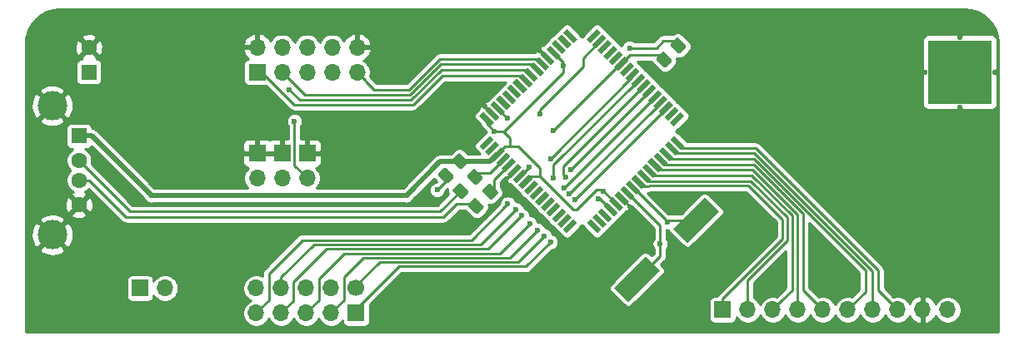
<source format=gtl>
G04 #@! TF.GenerationSoftware,KiCad,Pcbnew,(5.1.5)-3*
G04 #@! TF.CreationDate,2020-01-25T14:55:43-05:00*
G04 #@! TF.ProjectId,SmallyMouse2,536d616c-6c79-44d6-9f75-7365322e6b69,2.0*
G04 #@! TF.SameCoordinates,Original*
G04 #@! TF.FileFunction,Copper,L1,Top*
G04 #@! TF.FilePolarity,Positive*
%FSLAX46Y46*%
G04 Gerber Fmt 4.6, Leading zero omitted, Abs format (unit mm)*
G04 Created by KiCad (PCBNEW (5.1.5)-3) date 2020-01-25 14:55:43*
%MOMM*%
%LPD*%
G04 APERTURE LIST*
%ADD10O,1.700000X1.700000*%
%ADD11R,1.700000X1.700000*%
%ADD12C,1.700000*%
%ADD13C,0.150000*%
%ADD14C,1.600000*%
%ADD15R,1.600000X1.600000*%
%ADD16R,6.400000X6.400000*%
%ADD17C,0.800000*%
%ADD18C,3.000000*%
%ADD19C,0.600000*%
%ADD20C,0.250000*%
%ADD21C,0.500000*%
%ADD22C,0.254000*%
G04 APERTURE END LIST*
D10*
X104740000Y-54990000D03*
D11*
X102200000Y-54990000D03*
D10*
X119180000Y-43790000D03*
D11*
X119180000Y-41250000D03*
D10*
X114000000Y-57540000D03*
X114000000Y-55000000D03*
X116540000Y-57540000D03*
X116540000Y-55000000D03*
X119080000Y-57540000D03*
X119080000Y-55000000D03*
X121620000Y-57540000D03*
X121620000Y-55000000D03*
D11*
X124160000Y-57540000D03*
D12*
X124160000Y-55000000D03*
D10*
X184260000Y-57200000D03*
X181720000Y-57200000D03*
X179180000Y-57200000D03*
X176640000Y-57200000D03*
X174100000Y-57200000D03*
X171560000Y-57200000D03*
X169020000Y-57200000D03*
X166480000Y-57200000D03*
X163940000Y-57200000D03*
D11*
X161400000Y-57200000D03*
G04 #@! TA.AperFunction,SMDPad,CuDef*
D13*
G36*
X138137421Y-38133794D02*
G01*
X137748513Y-38522702D01*
X136687853Y-37462042D01*
X137076761Y-37073134D01*
X138137421Y-38133794D01*
G37*
G04 #@! TD.AperFunction*
G04 #@! TA.AperFunction,SMDPad,CuDef*
G36*
X138703107Y-37568109D02*
G01*
X138314199Y-37957017D01*
X137253539Y-36896357D01*
X137642447Y-36507449D01*
X138703107Y-37568109D01*
G37*
G04 #@! TD.AperFunction*
G04 #@! TA.AperFunction,SMDPad,CuDef*
G36*
X139268792Y-37002424D02*
G01*
X138879884Y-37391332D01*
X137819224Y-36330672D01*
X138208132Y-35941764D01*
X139268792Y-37002424D01*
G37*
G04 #@! TD.AperFunction*
G04 #@! TA.AperFunction,SMDPad,CuDef*
G36*
X139834477Y-36436738D02*
G01*
X139445569Y-36825646D01*
X138384909Y-35764986D01*
X138773817Y-35376078D01*
X139834477Y-36436738D01*
G37*
G04 #@! TD.AperFunction*
G04 #@! TA.AperFunction,SMDPad,CuDef*
G36*
X140400163Y-35871053D02*
G01*
X140011255Y-36259961D01*
X138950595Y-35199301D01*
X139339503Y-34810393D01*
X140400163Y-35871053D01*
G37*
G04 #@! TD.AperFunction*
G04 #@! TA.AperFunction,SMDPad,CuDef*
G36*
X140965848Y-35305367D02*
G01*
X140576940Y-35694275D01*
X139516280Y-34633615D01*
X139905188Y-34244707D01*
X140965848Y-35305367D01*
G37*
G04 #@! TD.AperFunction*
G04 #@! TA.AperFunction,SMDPad,CuDef*
G36*
X141531534Y-34739682D02*
G01*
X141142626Y-35128590D01*
X140081966Y-34067930D01*
X140470874Y-33679022D01*
X141531534Y-34739682D01*
G37*
G04 #@! TD.AperFunction*
G04 #@! TA.AperFunction,SMDPad,CuDef*
G36*
X142097219Y-34173996D02*
G01*
X141708311Y-34562904D01*
X140647651Y-33502244D01*
X141036559Y-33113336D01*
X142097219Y-34173996D01*
G37*
G04 #@! TD.AperFunction*
G04 #@! TA.AperFunction,SMDPad,CuDef*
G36*
X142662904Y-33608311D02*
G01*
X142273996Y-33997219D01*
X141213336Y-32936559D01*
X141602244Y-32547651D01*
X142662904Y-33608311D01*
G37*
G04 #@! TD.AperFunction*
G04 #@! TA.AperFunction,SMDPad,CuDef*
G36*
X143228590Y-33042626D02*
G01*
X142839682Y-33431534D01*
X141779022Y-32370874D01*
X142167930Y-31981966D01*
X143228590Y-33042626D01*
G37*
G04 #@! TD.AperFunction*
G04 #@! TA.AperFunction,SMDPad,CuDef*
G36*
X143794275Y-32476940D02*
G01*
X143405367Y-32865848D01*
X142344707Y-31805188D01*
X142733615Y-31416280D01*
X143794275Y-32476940D01*
G37*
G04 #@! TD.AperFunction*
G04 #@! TA.AperFunction,SMDPad,CuDef*
G36*
X144359961Y-31911255D02*
G01*
X143971053Y-32300163D01*
X142910393Y-31239503D01*
X143299301Y-30850595D01*
X144359961Y-31911255D01*
G37*
G04 #@! TD.AperFunction*
G04 #@! TA.AperFunction,SMDPad,CuDef*
G36*
X144925646Y-31345569D02*
G01*
X144536738Y-31734477D01*
X143476078Y-30673817D01*
X143864986Y-30284909D01*
X144925646Y-31345569D01*
G37*
G04 #@! TD.AperFunction*
G04 #@! TA.AperFunction,SMDPad,CuDef*
G36*
X145491332Y-30779884D02*
G01*
X145102424Y-31168792D01*
X144041764Y-30108132D01*
X144430672Y-29719224D01*
X145491332Y-30779884D01*
G37*
G04 #@! TD.AperFunction*
G04 #@! TA.AperFunction,SMDPad,CuDef*
G36*
X146057017Y-30214199D02*
G01*
X145668109Y-30603107D01*
X144607449Y-29542447D01*
X144996357Y-29153539D01*
X146057017Y-30214199D01*
G37*
G04 #@! TD.AperFunction*
G04 #@! TA.AperFunction,SMDPad,CuDef*
G36*
X146622702Y-29648513D02*
G01*
X146233794Y-30037421D01*
X145173134Y-28976761D01*
X145562042Y-28587853D01*
X146622702Y-29648513D01*
G37*
G04 #@! TD.AperFunction*
G04 #@! TA.AperFunction,SMDPad,CuDef*
G36*
X147966206Y-30037421D02*
G01*
X147577298Y-29648513D01*
X148637958Y-28587853D01*
X149026866Y-28976761D01*
X147966206Y-30037421D01*
G37*
G04 #@! TD.AperFunction*
G04 #@! TA.AperFunction,SMDPad,CuDef*
G36*
X148531891Y-30603107D02*
G01*
X148142983Y-30214199D01*
X149203643Y-29153539D01*
X149592551Y-29542447D01*
X148531891Y-30603107D01*
G37*
G04 #@! TD.AperFunction*
G04 #@! TA.AperFunction,SMDPad,CuDef*
G36*
X149097576Y-31168792D02*
G01*
X148708668Y-30779884D01*
X149769328Y-29719224D01*
X150158236Y-30108132D01*
X149097576Y-31168792D01*
G37*
G04 #@! TD.AperFunction*
G04 #@! TA.AperFunction,SMDPad,CuDef*
G36*
X149663262Y-31734477D02*
G01*
X149274354Y-31345569D01*
X150335014Y-30284909D01*
X150723922Y-30673817D01*
X149663262Y-31734477D01*
G37*
G04 #@! TD.AperFunction*
G04 #@! TA.AperFunction,SMDPad,CuDef*
G36*
X150228947Y-32300163D02*
G01*
X149840039Y-31911255D01*
X150900699Y-30850595D01*
X151289607Y-31239503D01*
X150228947Y-32300163D01*
G37*
G04 #@! TD.AperFunction*
G04 #@! TA.AperFunction,SMDPad,CuDef*
G36*
X150794633Y-32865848D02*
G01*
X150405725Y-32476940D01*
X151466385Y-31416280D01*
X151855293Y-31805188D01*
X150794633Y-32865848D01*
G37*
G04 #@! TD.AperFunction*
G04 #@! TA.AperFunction,SMDPad,CuDef*
G36*
X151360318Y-33431534D02*
G01*
X150971410Y-33042626D01*
X152032070Y-31981966D01*
X152420978Y-32370874D01*
X151360318Y-33431534D01*
G37*
G04 #@! TD.AperFunction*
G04 #@! TA.AperFunction,SMDPad,CuDef*
G36*
X151926004Y-33997219D02*
G01*
X151537096Y-33608311D01*
X152597756Y-32547651D01*
X152986664Y-32936559D01*
X151926004Y-33997219D01*
G37*
G04 #@! TD.AperFunction*
G04 #@! TA.AperFunction,SMDPad,CuDef*
G36*
X152491689Y-34562904D02*
G01*
X152102781Y-34173996D01*
X153163441Y-33113336D01*
X153552349Y-33502244D01*
X152491689Y-34562904D01*
G37*
G04 #@! TD.AperFunction*
G04 #@! TA.AperFunction,SMDPad,CuDef*
G36*
X153057374Y-35128590D02*
G01*
X152668466Y-34739682D01*
X153729126Y-33679022D01*
X154118034Y-34067930D01*
X153057374Y-35128590D01*
G37*
G04 #@! TD.AperFunction*
G04 #@! TA.AperFunction,SMDPad,CuDef*
G36*
X153623060Y-35694275D02*
G01*
X153234152Y-35305367D01*
X154294812Y-34244707D01*
X154683720Y-34633615D01*
X153623060Y-35694275D01*
G37*
G04 #@! TD.AperFunction*
G04 #@! TA.AperFunction,SMDPad,CuDef*
G36*
X154188745Y-36259961D02*
G01*
X153799837Y-35871053D01*
X154860497Y-34810393D01*
X155249405Y-35199301D01*
X154188745Y-36259961D01*
G37*
G04 #@! TD.AperFunction*
G04 #@! TA.AperFunction,SMDPad,CuDef*
G36*
X154754431Y-36825646D02*
G01*
X154365523Y-36436738D01*
X155426183Y-35376078D01*
X155815091Y-35764986D01*
X154754431Y-36825646D01*
G37*
G04 #@! TD.AperFunction*
G04 #@! TA.AperFunction,SMDPad,CuDef*
G36*
X155320116Y-37391332D02*
G01*
X154931208Y-37002424D01*
X155991868Y-35941764D01*
X156380776Y-36330672D01*
X155320116Y-37391332D01*
G37*
G04 #@! TD.AperFunction*
G04 #@! TA.AperFunction,SMDPad,CuDef*
G36*
X155885801Y-37957017D02*
G01*
X155496893Y-37568109D01*
X156557553Y-36507449D01*
X156946461Y-36896357D01*
X155885801Y-37957017D01*
G37*
G04 #@! TD.AperFunction*
G04 #@! TA.AperFunction,SMDPad,CuDef*
G36*
X156451487Y-38522702D02*
G01*
X156062579Y-38133794D01*
X157123239Y-37073134D01*
X157512147Y-37462042D01*
X156451487Y-38522702D01*
G37*
G04 #@! TD.AperFunction*
G04 #@! TA.AperFunction,SMDPad,CuDef*
G36*
X157512147Y-40537958D02*
G01*
X157123239Y-40926866D01*
X156062579Y-39866206D01*
X156451487Y-39477298D01*
X157512147Y-40537958D01*
G37*
G04 #@! TD.AperFunction*
G04 #@! TA.AperFunction,SMDPad,CuDef*
G36*
X156946461Y-41103643D02*
G01*
X156557553Y-41492551D01*
X155496893Y-40431891D01*
X155885801Y-40042983D01*
X156946461Y-41103643D01*
G37*
G04 #@! TD.AperFunction*
G04 #@! TA.AperFunction,SMDPad,CuDef*
G36*
X156380776Y-41669328D02*
G01*
X155991868Y-42058236D01*
X154931208Y-40997576D01*
X155320116Y-40608668D01*
X156380776Y-41669328D01*
G37*
G04 #@! TD.AperFunction*
G04 #@! TA.AperFunction,SMDPad,CuDef*
G36*
X155815091Y-42235014D02*
G01*
X155426183Y-42623922D01*
X154365523Y-41563262D01*
X154754431Y-41174354D01*
X155815091Y-42235014D01*
G37*
G04 #@! TD.AperFunction*
G04 #@! TA.AperFunction,SMDPad,CuDef*
G36*
X155249405Y-42800699D02*
G01*
X154860497Y-43189607D01*
X153799837Y-42128947D01*
X154188745Y-41740039D01*
X155249405Y-42800699D01*
G37*
G04 #@! TD.AperFunction*
G04 #@! TA.AperFunction,SMDPad,CuDef*
G36*
X154683720Y-43366385D02*
G01*
X154294812Y-43755293D01*
X153234152Y-42694633D01*
X153623060Y-42305725D01*
X154683720Y-43366385D01*
G37*
G04 #@! TD.AperFunction*
G04 #@! TA.AperFunction,SMDPad,CuDef*
G36*
X154118034Y-43932070D02*
G01*
X153729126Y-44320978D01*
X152668466Y-43260318D01*
X153057374Y-42871410D01*
X154118034Y-43932070D01*
G37*
G04 #@! TD.AperFunction*
G04 #@! TA.AperFunction,SMDPad,CuDef*
G36*
X153552349Y-44497756D02*
G01*
X153163441Y-44886664D01*
X152102781Y-43826004D01*
X152491689Y-43437096D01*
X153552349Y-44497756D01*
G37*
G04 #@! TD.AperFunction*
G04 #@! TA.AperFunction,SMDPad,CuDef*
G36*
X152986664Y-45063441D02*
G01*
X152597756Y-45452349D01*
X151537096Y-44391689D01*
X151926004Y-44002781D01*
X152986664Y-45063441D01*
G37*
G04 #@! TD.AperFunction*
G04 #@! TA.AperFunction,SMDPad,CuDef*
G36*
X152420978Y-45629126D02*
G01*
X152032070Y-46018034D01*
X150971410Y-44957374D01*
X151360318Y-44568466D01*
X152420978Y-45629126D01*
G37*
G04 #@! TD.AperFunction*
G04 #@! TA.AperFunction,SMDPad,CuDef*
G36*
X151855293Y-46194812D02*
G01*
X151466385Y-46583720D01*
X150405725Y-45523060D01*
X150794633Y-45134152D01*
X151855293Y-46194812D01*
G37*
G04 #@! TD.AperFunction*
G04 #@! TA.AperFunction,SMDPad,CuDef*
G36*
X151289607Y-46760497D02*
G01*
X150900699Y-47149405D01*
X149840039Y-46088745D01*
X150228947Y-45699837D01*
X151289607Y-46760497D01*
G37*
G04 #@! TD.AperFunction*
G04 #@! TA.AperFunction,SMDPad,CuDef*
G36*
X150723922Y-47326183D02*
G01*
X150335014Y-47715091D01*
X149274354Y-46654431D01*
X149663262Y-46265523D01*
X150723922Y-47326183D01*
G37*
G04 #@! TD.AperFunction*
G04 #@! TA.AperFunction,SMDPad,CuDef*
G36*
X150158236Y-47891868D02*
G01*
X149769328Y-48280776D01*
X148708668Y-47220116D01*
X149097576Y-46831208D01*
X150158236Y-47891868D01*
G37*
G04 #@! TD.AperFunction*
G04 #@! TA.AperFunction,SMDPad,CuDef*
G36*
X149592551Y-48457553D02*
G01*
X149203643Y-48846461D01*
X148142983Y-47785801D01*
X148531891Y-47396893D01*
X149592551Y-48457553D01*
G37*
G04 #@! TD.AperFunction*
G04 #@! TA.AperFunction,SMDPad,CuDef*
G36*
X149026866Y-49023239D02*
G01*
X148637958Y-49412147D01*
X147577298Y-48351487D01*
X147966206Y-47962579D01*
X149026866Y-49023239D01*
G37*
G04 #@! TD.AperFunction*
G04 #@! TA.AperFunction,SMDPad,CuDef*
G36*
X145562042Y-49412147D02*
G01*
X145173134Y-49023239D01*
X146233794Y-47962579D01*
X146622702Y-48351487D01*
X145562042Y-49412147D01*
G37*
G04 #@! TD.AperFunction*
G04 #@! TA.AperFunction,SMDPad,CuDef*
G36*
X144996357Y-48846461D02*
G01*
X144607449Y-48457553D01*
X145668109Y-47396893D01*
X146057017Y-47785801D01*
X144996357Y-48846461D01*
G37*
G04 #@! TD.AperFunction*
G04 #@! TA.AperFunction,SMDPad,CuDef*
G36*
X144430672Y-48280776D02*
G01*
X144041764Y-47891868D01*
X145102424Y-46831208D01*
X145491332Y-47220116D01*
X144430672Y-48280776D01*
G37*
G04 #@! TD.AperFunction*
G04 #@! TA.AperFunction,SMDPad,CuDef*
G36*
X143864986Y-47715091D02*
G01*
X143476078Y-47326183D01*
X144536738Y-46265523D01*
X144925646Y-46654431D01*
X143864986Y-47715091D01*
G37*
G04 #@! TD.AperFunction*
G04 #@! TA.AperFunction,SMDPad,CuDef*
G36*
X143299301Y-47149405D02*
G01*
X142910393Y-46760497D01*
X143971053Y-45699837D01*
X144359961Y-46088745D01*
X143299301Y-47149405D01*
G37*
G04 #@! TD.AperFunction*
G04 #@! TA.AperFunction,SMDPad,CuDef*
G36*
X142733615Y-46583720D02*
G01*
X142344707Y-46194812D01*
X143405367Y-45134152D01*
X143794275Y-45523060D01*
X142733615Y-46583720D01*
G37*
G04 #@! TD.AperFunction*
G04 #@! TA.AperFunction,SMDPad,CuDef*
G36*
X142167930Y-46018034D02*
G01*
X141779022Y-45629126D01*
X142839682Y-44568466D01*
X143228590Y-44957374D01*
X142167930Y-46018034D01*
G37*
G04 #@! TD.AperFunction*
G04 #@! TA.AperFunction,SMDPad,CuDef*
G36*
X141602244Y-45452349D02*
G01*
X141213336Y-45063441D01*
X142273996Y-44002781D01*
X142662904Y-44391689D01*
X141602244Y-45452349D01*
G37*
G04 #@! TD.AperFunction*
G04 #@! TA.AperFunction,SMDPad,CuDef*
G36*
X141036559Y-44886664D02*
G01*
X140647651Y-44497756D01*
X141708311Y-43437096D01*
X142097219Y-43826004D01*
X141036559Y-44886664D01*
G37*
G04 #@! TD.AperFunction*
G04 #@! TA.AperFunction,SMDPad,CuDef*
G36*
X140470874Y-44320978D02*
G01*
X140081966Y-43932070D01*
X141142626Y-42871410D01*
X141531534Y-43260318D01*
X140470874Y-44320978D01*
G37*
G04 #@! TD.AperFunction*
G04 #@! TA.AperFunction,SMDPad,CuDef*
G36*
X139905188Y-43755293D02*
G01*
X139516280Y-43366385D01*
X140576940Y-42305725D01*
X140965848Y-42694633D01*
X139905188Y-43755293D01*
G37*
G04 #@! TD.AperFunction*
G04 #@! TA.AperFunction,SMDPad,CuDef*
G36*
X139339503Y-43189607D02*
G01*
X138950595Y-42800699D01*
X140011255Y-41740039D01*
X140400163Y-42128947D01*
X139339503Y-43189607D01*
G37*
G04 #@! TD.AperFunction*
G04 #@! TA.AperFunction,SMDPad,CuDef*
G36*
X138773817Y-42623922D02*
G01*
X138384909Y-42235014D01*
X139445569Y-41174354D01*
X139834477Y-41563262D01*
X138773817Y-42623922D01*
G37*
G04 #@! TD.AperFunction*
G04 #@! TA.AperFunction,SMDPad,CuDef*
G36*
X138208132Y-42058236D02*
G01*
X137819224Y-41669328D01*
X138879884Y-40608668D01*
X139268792Y-40997576D01*
X138208132Y-42058236D01*
G37*
G04 #@! TD.AperFunction*
G04 #@! TA.AperFunction,SMDPad,CuDef*
G36*
X137642447Y-41492551D02*
G01*
X137253539Y-41103643D01*
X138314199Y-40042983D01*
X138703107Y-40431891D01*
X137642447Y-41492551D01*
G37*
G04 #@! TD.AperFunction*
G04 #@! TA.AperFunction,SMDPad,CuDef*
G36*
X137076761Y-40926866D02*
G01*
X136687853Y-40537958D01*
X137748513Y-39477298D01*
X138137421Y-39866206D01*
X137076761Y-40926866D01*
G37*
G04 #@! TD.AperFunction*
D14*
X97000000Y-30500000D03*
D15*
X97000000Y-33000000D03*
D16*
X185500000Y-33000000D03*
D17*
X187900000Y-33000000D03*
X187197056Y-34697056D03*
X185500000Y-35400000D03*
X183802944Y-34697056D03*
X183100000Y-33000000D03*
X183802944Y-31302944D03*
X185500000Y-30600000D03*
X187197056Y-31302944D03*
D14*
X96000000Y-46500000D03*
X96000000Y-44000000D03*
X96000000Y-42000000D03*
D15*
X96000000Y-39500000D03*
D18*
X93290000Y-36430000D03*
X93290000Y-49570000D03*
D10*
X124260000Y-30480000D03*
X124260000Y-33020000D03*
X121720000Y-30480000D03*
X121720000Y-33020000D03*
X119180000Y-30480000D03*
X119180000Y-33020000D03*
X116640000Y-30480000D03*
X116640000Y-33020000D03*
X114100000Y-30480000D03*
D11*
X114100000Y-33020000D03*
G04 #@! TA.AperFunction,SMDPad,CuDef*
D13*
G36*
X157821321Y-50392893D02*
G01*
X156407107Y-48978679D01*
X159589087Y-45796699D01*
X161003301Y-47210913D01*
X157821321Y-50392893D01*
G37*
G04 #@! TD.AperFunction*
G04 #@! TA.AperFunction,SMDPad,CuDef*
G36*
X151810913Y-56403301D02*
G01*
X150396699Y-54989087D01*
X153578679Y-51807107D01*
X154992893Y-53221321D01*
X151810913Y-56403301D01*
G37*
G04 #@! TD.AperFunction*
D10*
X114100000Y-43790000D03*
D11*
X114100000Y-41250000D03*
G04 #@! TA.AperFunction,SMDPad,CuDef*
D13*
G36*
X134660900Y-41278412D02*
G01*
X134685168Y-41282012D01*
X134708967Y-41287973D01*
X134732066Y-41296238D01*
X134754245Y-41306728D01*
X134775288Y-41319340D01*
X134794994Y-41333955D01*
X134813172Y-41350431D01*
X135449569Y-41986828D01*
X135466045Y-42005006D01*
X135480660Y-42024712D01*
X135493272Y-42045755D01*
X135503762Y-42067934D01*
X135512027Y-42091033D01*
X135517988Y-42114832D01*
X135521588Y-42139100D01*
X135522792Y-42163604D01*
X135521588Y-42188108D01*
X135517988Y-42212376D01*
X135512027Y-42236175D01*
X135503762Y-42259274D01*
X135493272Y-42281453D01*
X135480660Y-42302496D01*
X135466045Y-42322202D01*
X135449569Y-42340380D01*
X134989948Y-42800001D01*
X134971770Y-42816477D01*
X134952064Y-42831092D01*
X134931021Y-42843704D01*
X134908842Y-42854194D01*
X134885743Y-42862459D01*
X134861944Y-42868420D01*
X134837676Y-42872020D01*
X134813172Y-42873224D01*
X134788668Y-42872020D01*
X134764400Y-42868420D01*
X134740601Y-42862459D01*
X134717502Y-42854194D01*
X134695323Y-42843704D01*
X134674280Y-42831092D01*
X134654574Y-42816477D01*
X134636396Y-42800001D01*
X133999999Y-42163604D01*
X133983523Y-42145426D01*
X133968908Y-42125720D01*
X133956296Y-42104677D01*
X133945806Y-42082498D01*
X133937541Y-42059399D01*
X133931580Y-42035600D01*
X133927980Y-42011332D01*
X133926776Y-41986828D01*
X133927980Y-41962324D01*
X133931580Y-41938056D01*
X133937541Y-41914257D01*
X133945806Y-41891158D01*
X133956296Y-41868979D01*
X133968908Y-41847936D01*
X133983523Y-41828230D01*
X133999999Y-41810052D01*
X134459620Y-41350431D01*
X134477798Y-41333955D01*
X134497504Y-41319340D01*
X134518547Y-41306728D01*
X134540726Y-41296238D01*
X134563825Y-41287973D01*
X134587624Y-41282012D01*
X134611892Y-41278412D01*
X134636396Y-41277208D01*
X134660900Y-41278412D01*
G37*
G04 #@! TD.AperFunction*
G04 #@! TA.AperFunction,SMDPad,CuDef*
G36*
X133211332Y-42727980D02*
G01*
X133235600Y-42731580D01*
X133259399Y-42737541D01*
X133282498Y-42745806D01*
X133304677Y-42756296D01*
X133325720Y-42768908D01*
X133345426Y-42783523D01*
X133363604Y-42799999D01*
X134000001Y-43436396D01*
X134016477Y-43454574D01*
X134031092Y-43474280D01*
X134043704Y-43495323D01*
X134054194Y-43517502D01*
X134062459Y-43540601D01*
X134068420Y-43564400D01*
X134072020Y-43588668D01*
X134073224Y-43613172D01*
X134072020Y-43637676D01*
X134068420Y-43661944D01*
X134062459Y-43685743D01*
X134054194Y-43708842D01*
X134043704Y-43731021D01*
X134031092Y-43752064D01*
X134016477Y-43771770D01*
X134000001Y-43789948D01*
X133540380Y-44249569D01*
X133522202Y-44266045D01*
X133502496Y-44280660D01*
X133481453Y-44293272D01*
X133459274Y-44303762D01*
X133436175Y-44312027D01*
X133412376Y-44317988D01*
X133388108Y-44321588D01*
X133363604Y-44322792D01*
X133339100Y-44321588D01*
X133314832Y-44317988D01*
X133291033Y-44312027D01*
X133267934Y-44303762D01*
X133245755Y-44293272D01*
X133224712Y-44280660D01*
X133205006Y-44266045D01*
X133186828Y-44249569D01*
X132550431Y-43613172D01*
X132533955Y-43594994D01*
X132519340Y-43575288D01*
X132506728Y-43554245D01*
X132496238Y-43532066D01*
X132487973Y-43508967D01*
X132482012Y-43485168D01*
X132478412Y-43460900D01*
X132477208Y-43436396D01*
X132478412Y-43411892D01*
X132482012Y-43387624D01*
X132487973Y-43363825D01*
X132496238Y-43340726D01*
X132506728Y-43318547D01*
X132519340Y-43297504D01*
X132533955Y-43277798D01*
X132550431Y-43259620D01*
X133010052Y-42799999D01*
X133028230Y-42783523D01*
X133047936Y-42768908D01*
X133068979Y-42756296D01*
X133091158Y-42745806D01*
X133114257Y-42737541D01*
X133138056Y-42731580D01*
X133162324Y-42727980D01*
X133186828Y-42726776D01*
X133211332Y-42727980D01*
G37*
G04 #@! TD.AperFunction*
G04 #@! TA.AperFunction,SMDPad,CuDef*
G36*
X156836116Y-29503196D02*
G01*
X156860384Y-29506796D01*
X156884183Y-29512757D01*
X156907282Y-29521022D01*
X156929461Y-29531512D01*
X156950504Y-29544124D01*
X156970210Y-29558739D01*
X156988388Y-29575215D01*
X157624785Y-30211612D01*
X157641261Y-30229790D01*
X157655876Y-30249496D01*
X157668488Y-30270539D01*
X157678978Y-30292718D01*
X157687243Y-30315817D01*
X157693204Y-30339616D01*
X157696804Y-30363884D01*
X157698008Y-30388388D01*
X157696804Y-30412892D01*
X157693204Y-30437160D01*
X157687243Y-30460959D01*
X157678978Y-30484058D01*
X157668488Y-30506237D01*
X157655876Y-30527280D01*
X157641261Y-30546986D01*
X157624785Y-30565164D01*
X157165164Y-31024785D01*
X157146986Y-31041261D01*
X157127280Y-31055876D01*
X157106237Y-31068488D01*
X157084058Y-31078978D01*
X157060959Y-31087243D01*
X157037160Y-31093204D01*
X157012892Y-31096804D01*
X156988388Y-31098008D01*
X156963884Y-31096804D01*
X156939616Y-31093204D01*
X156915817Y-31087243D01*
X156892718Y-31078978D01*
X156870539Y-31068488D01*
X156849496Y-31055876D01*
X156829790Y-31041261D01*
X156811612Y-31024785D01*
X156175215Y-30388388D01*
X156158739Y-30370210D01*
X156144124Y-30350504D01*
X156131512Y-30329461D01*
X156121022Y-30307282D01*
X156112757Y-30284183D01*
X156106796Y-30260384D01*
X156103196Y-30236116D01*
X156101992Y-30211612D01*
X156103196Y-30187108D01*
X156106796Y-30162840D01*
X156112757Y-30139041D01*
X156121022Y-30115942D01*
X156131512Y-30093763D01*
X156144124Y-30072720D01*
X156158739Y-30053014D01*
X156175215Y-30034836D01*
X156634836Y-29575215D01*
X156653014Y-29558739D01*
X156672720Y-29544124D01*
X156693763Y-29531512D01*
X156715942Y-29521022D01*
X156739041Y-29512757D01*
X156762840Y-29506796D01*
X156787108Y-29503196D01*
X156811612Y-29501992D01*
X156836116Y-29503196D01*
G37*
G04 #@! TD.AperFunction*
G04 #@! TA.AperFunction,SMDPad,CuDef*
G36*
X155386548Y-30952764D02*
G01*
X155410816Y-30956364D01*
X155434615Y-30962325D01*
X155457714Y-30970590D01*
X155479893Y-30981080D01*
X155500936Y-30993692D01*
X155520642Y-31008307D01*
X155538820Y-31024783D01*
X156175217Y-31661180D01*
X156191693Y-31679358D01*
X156206308Y-31699064D01*
X156218920Y-31720107D01*
X156229410Y-31742286D01*
X156237675Y-31765385D01*
X156243636Y-31789184D01*
X156247236Y-31813452D01*
X156248440Y-31837956D01*
X156247236Y-31862460D01*
X156243636Y-31886728D01*
X156237675Y-31910527D01*
X156229410Y-31933626D01*
X156218920Y-31955805D01*
X156206308Y-31976848D01*
X156191693Y-31996554D01*
X156175217Y-32014732D01*
X155715596Y-32474353D01*
X155697418Y-32490829D01*
X155677712Y-32505444D01*
X155656669Y-32518056D01*
X155634490Y-32528546D01*
X155611391Y-32536811D01*
X155587592Y-32542772D01*
X155563324Y-32546372D01*
X155538820Y-32547576D01*
X155514316Y-32546372D01*
X155490048Y-32542772D01*
X155466249Y-32536811D01*
X155443150Y-32528546D01*
X155420971Y-32518056D01*
X155399928Y-32505444D01*
X155380222Y-32490829D01*
X155362044Y-32474353D01*
X154725647Y-31837956D01*
X154709171Y-31819778D01*
X154694556Y-31800072D01*
X154681944Y-31779029D01*
X154671454Y-31756850D01*
X154663189Y-31733751D01*
X154657228Y-31709952D01*
X154653628Y-31685684D01*
X154652424Y-31661180D01*
X154653628Y-31636676D01*
X154657228Y-31612408D01*
X154663189Y-31588609D01*
X154671454Y-31565510D01*
X154681944Y-31543331D01*
X154694556Y-31522288D01*
X154709171Y-31502582D01*
X154725647Y-31484404D01*
X155185268Y-31024783D01*
X155203446Y-31008307D01*
X155223152Y-30993692D01*
X155244195Y-30981080D01*
X155266374Y-30970590D01*
X155289473Y-30962325D01*
X155313272Y-30956364D01*
X155337540Y-30952764D01*
X155362044Y-30951560D01*
X155386548Y-30952764D01*
G37*
G04 #@! TD.AperFunction*
G04 #@! TA.AperFunction,SMDPad,CuDef*
G36*
X134711332Y-44327980D02*
G01*
X134735600Y-44331580D01*
X134759399Y-44337541D01*
X134782498Y-44345806D01*
X134804677Y-44356296D01*
X134825720Y-44368908D01*
X134845426Y-44383523D01*
X134863604Y-44399999D01*
X135500001Y-45036396D01*
X135516477Y-45054574D01*
X135531092Y-45074280D01*
X135543704Y-45095323D01*
X135554194Y-45117502D01*
X135562459Y-45140601D01*
X135568420Y-45164400D01*
X135572020Y-45188668D01*
X135573224Y-45213172D01*
X135572020Y-45237676D01*
X135568420Y-45261944D01*
X135562459Y-45285743D01*
X135554194Y-45308842D01*
X135543704Y-45331021D01*
X135531092Y-45352064D01*
X135516477Y-45371770D01*
X135500001Y-45389948D01*
X135040380Y-45849569D01*
X135022202Y-45866045D01*
X135002496Y-45880660D01*
X134981453Y-45893272D01*
X134959274Y-45903762D01*
X134936175Y-45912027D01*
X134912376Y-45917988D01*
X134888108Y-45921588D01*
X134863604Y-45922792D01*
X134839100Y-45921588D01*
X134814832Y-45917988D01*
X134791033Y-45912027D01*
X134767934Y-45903762D01*
X134745755Y-45893272D01*
X134724712Y-45880660D01*
X134705006Y-45866045D01*
X134686828Y-45849569D01*
X134050431Y-45213172D01*
X134033955Y-45194994D01*
X134019340Y-45175288D01*
X134006728Y-45154245D01*
X133996238Y-45132066D01*
X133987973Y-45108967D01*
X133982012Y-45085168D01*
X133978412Y-45060900D01*
X133977208Y-45036396D01*
X133978412Y-45011892D01*
X133982012Y-44987624D01*
X133987973Y-44963825D01*
X133996238Y-44940726D01*
X134006728Y-44918547D01*
X134019340Y-44897504D01*
X134033955Y-44877798D01*
X134050431Y-44859620D01*
X134510052Y-44399999D01*
X134528230Y-44383523D01*
X134547936Y-44368908D01*
X134568979Y-44356296D01*
X134591158Y-44345806D01*
X134614257Y-44337541D01*
X134638056Y-44331580D01*
X134662324Y-44327980D01*
X134686828Y-44326776D01*
X134711332Y-44327980D01*
G37*
G04 #@! TD.AperFunction*
G04 #@! TA.AperFunction,SMDPad,CuDef*
G36*
X136160900Y-42878412D02*
G01*
X136185168Y-42882012D01*
X136208967Y-42887973D01*
X136232066Y-42896238D01*
X136254245Y-42906728D01*
X136275288Y-42919340D01*
X136294994Y-42933955D01*
X136313172Y-42950431D01*
X136949569Y-43586828D01*
X136966045Y-43605006D01*
X136980660Y-43624712D01*
X136993272Y-43645755D01*
X137003762Y-43667934D01*
X137012027Y-43691033D01*
X137017988Y-43714832D01*
X137021588Y-43739100D01*
X137022792Y-43763604D01*
X137021588Y-43788108D01*
X137017988Y-43812376D01*
X137012027Y-43836175D01*
X137003762Y-43859274D01*
X136993272Y-43881453D01*
X136980660Y-43902496D01*
X136966045Y-43922202D01*
X136949569Y-43940380D01*
X136489948Y-44400001D01*
X136471770Y-44416477D01*
X136452064Y-44431092D01*
X136431021Y-44443704D01*
X136408842Y-44454194D01*
X136385743Y-44462459D01*
X136361944Y-44468420D01*
X136337676Y-44472020D01*
X136313172Y-44473224D01*
X136288668Y-44472020D01*
X136264400Y-44468420D01*
X136240601Y-44462459D01*
X136217502Y-44454194D01*
X136195323Y-44443704D01*
X136174280Y-44431092D01*
X136154574Y-44416477D01*
X136136396Y-44400001D01*
X135499999Y-43763604D01*
X135483523Y-43745426D01*
X135468908Y-43725720D01*
X135456296Y-43704677D01*
X135445806Y-43682498D01*
X135437541Y-43659399D01*
X135431580Y-43635600D01*
X135427980Y-43611332D01*
X135426776Y-43586828D01*
X135427980Y-43562324D01*
X135431580Y-43538056D01*
X135437541Y-43514257D01*
X135445806Y-43491158D01*
X135456296Y-43468979D01*
X135468908Y-43447936D01*
X135483523Y-43428230D01*
X135499999Y-43410052D01*
X135959620Y-42950431D01*
X135977798Y-42933955D01*
X135997504Y-42919340D01*
X136018547Y-42906728D01*
X136040726Y-42896238D01*
X136063825Y-42887973D01*
X136087624Y-42882012D01*
X136111892Y-42878412D01*
X136136396Y-42877208D01*
X136160900Y-42878412D01*
G37*
G04 #@! TD.AperFunction*
G04 #@! TA.AperFunction,SMDPad,CuDef*
G36*
X136261332Y-45827980D02*
G01*
X136285600Y-45831580D01*
X136309399Y-45837541D01*
X136332498Y-45845806D01*
X136354677Y-45856296D01*
X136375720Y-45868908D01*
X136395426Y-45883523D01*
X136413604Y-45899999D01*
X137050001Y-46536396D01*
X137066477Y-46554574D01*
X137081092Y-46574280D01*
X137093704Y-46595323D01*
X137104194Y-46617502D01*
X137112459Y-46640601D01*
X137118420Y-46664400D01*
X137122020Y-46688668D01*
X137123224Y-46713172D01*
X137122020Y-46737676D01*
X137118420Y-46761944D01*
X137112459Y-46785743D01*
X137104194Y-46808842D01*
X137093704Y-46831021D01*
X137081092Y-46852064D01*
X137066477Y-46871770D01*
X137050001Y-46889948D01*
X136590380Y-47349569D01*
X136572202Y-47366045D01*
X136552496Y-47380660D01*
X136531453Y-47393272D01*
X136509274Y-47403762D01*
X136486175Y-47412027D01*
X136462376Y-47417988D01*
X136438108Y-47421588D01*
X136413604Y-47422792D01*
X136389100Y-47421588D01*
X136364832Y-47417988D01*
X136341033Y-47412027D01*
X136317934Y-47403762D01*
X136295755Y-47393272D01*
X136274712Y-47380660D01*
X136255006Y-47366045D01*
X136236828Y-47349569D01*
X135600431Y-46713172D01*
X135583955Y-46694994D01*
X135569340Y-46675288D01*
X135556728Y-46654245D01*
X135546238Y-46632066D01*
X135537973Y-46608967D01*
X135532012Y-46585168D01*
X135528412Y-46560900D01*
X135527208Y-46536396D01*
X135528412Y-46511892D01*
X135532012Y-46487624D01*
X135537973Y-46463825D01*
X135546238Y-46440726D01*
X135556728Y-46418547D01*
X135569340Y-46397504D01*
X135583955Y-46377798D01*
X135600431Y-46359620D01*
X136060052Y-45899999D01*
X136078230Y-45883523D01*
X136097936Y-45868908D01*
X136118979Y-45856296D01*
X136141158Y-45845806D01*
X136164257Y-45837541D01*
X136188056Y-45831580D01*
X136212324Y-45827980D01*
X136236828Y-45826776D01*
X136261332Y-45827980D01*
G37*
G04 #@! TD.AperFunction*
G04 #@! TA.AperFunction,SMDPad,CuDef*
G36*
X137710900Y-44378412D02*
G01*
X137735168Y-44382012D01*
X137758967Y-44387973D01*
X137782066Y-44396238D01*
X137804245Y-44406728D01*
X137825288Y-44419340D01*
X137844994Y-44433955D01*
X137863172Y-44450431D01*
X138499569Y-45086828D01*
X138516045Y-45105006D01*
X138530660Y-45124712D01*
X138543272Y-45145755D01*
X138553762Y-45167934D01*
X138562027Y-45191033D01*
X138567988Y-45214832D01*
X138571588Y-45239100D01*
X138572792Y-45263604D01*
X138571588Y-45288108D01*
X138567988Y-45312376D01*
X138562027Y-45336175D01*
X138553762Y-45359274D01*
X138543272Y-45381453D01*
X138530660Y-45402496D01*
X138516045Y-45422202D01*
X138499569Y-45440380D01*
X138039948Y-45900001D01*
X138021770Y-45916477D01*
X138002064Y-45931092D01*
X137981021Y-45943704D01*
X137958842Y-45954194D01*
X137935743Y-45962459D01*
X137911944Y-45968420D01*
X137887676Y-45972020D01*
X137863172Y-45973224D01*
X137838668Y-45972020D01*
X137814400Y-45968420D01*
X137790601Y-45962459D01*
X137767502Y-45954194D01*
X137745323Y-45943704D01*
X137724280Y-45931092D01*
X137704574Y-45916477D01*
X137686396Y-45900001D01*
X137049999Y-45263604D01*
X137033523Y-45245426D01*
X137018908Y-45225720D01*
X137006296Y-45204677D01*
X136995806Y-45182498D01*
X136987541Y-45159399D01*
X136981580Y-45135600D01*
X136977980Y-45111332D01*
X136976776Y-45086828D01*
X136977980Y-45062324D01*
X136981580Y-45038056D01*
X136987541Y-45014257D01*
X136995806Y-44991158D01*
X137006296Y-44968979D01*
X137018908Y-44947936D01*
X137033523Y-44928230D01*
X137049999Y-44910052D01*
X137509620Y-44450431D01*
X137527798Y-44433955D01*
X137547504Y-44419340D01*
X137568547Y-44406728D01*
X137590726Y-44396238D01*
X137613825Y-44387973D01*
X137637624Y-44382012D01*
X137661892Y-44378412D01*
X137686396Y-44377208D01*
X137710900Y-44378412D01*
G37*
G04 #@! TD.AperFunction*
D10*
X116640000Y-43790000D03*
D11*
X116640000Y-41250000D03*
D19*
X155800000Y-48250000D03*
X97650000Y-41850000D03*
X172800000Y-56300000D03*
X165200000Y-56300000D03*
X155050000Y-50500000D03*
X139500000Y-37700000D03*
X141700000Y-42700000D03*
X129250000Y-45550000D03*
X145200000Y-32350000D03*
X149300000Y-45100000D03*
X138199970Y-39000000D03*
X151950000Y-30550000D03*
X103350000Y-45550000D03*
X142600000Y-49100000D03*
X146412155Y-46014586D03*
X141800000Y-48399970D03*
X145812155Y-45414586D03*
X145300000Y-44800000D03*
X141002752Y-47625010D03*
X143908051Y-50308051D03*
X146000000Y-42900000D03*
X143299996Y-49700000D03*
X145500000Y-43700000D03*
X139574990Y-46400000D03*
X144200000Y-43799992D03*
X140400008Y-47000000D03*
X143900000Y-41800000D03*
X144200000Y-38950000D03*
X142800000Y-37250000D03*
X117900000Y-38000014D03*
X148800000Y-45900000D03*
X132400000Y-45000000D03*
X117348000Y-34798000D03*
D20*
X152277565Y-44727565D02*
X155500001Y-47950001D01*
X155500001Y-47950001D02*
X155800000Y-48250000D01*
X158705204Y-48094796D02*
X155955204Y-48094796D01*
X152261880Y-44727565D02*
X152277565Y-44727565D01*
X155955204Y-48094796D02*
X155800000Y-48250000D01*
X140241064Y-43030509D02*
X140241064Y-43058936D01*
X140241064Y-43058936D02*
X139756956Y-43543044D01*
X139756956Y-43543044D02*
X139200000Y-44100000D01*
X151130509Y-45858936D02*
X151158936Y-45858936D01*
X151158936Y-45858936D02*
X152300000Y-47000000D01*
X137978323Y-37232233D02*
X137978323Y-37228323D01*
X137978323Y-37228323D02*
X136650000Y-35900000D01*
X143635177Y-31575379D02*
X143635177Y-31535177D01*
X143635177Y-31535177D02*
X142600000Y-30500000D01*
X155050000Y-50075736D02*
X155050000Y-50500000D01*
X151696194Y-45293250D02*
X155050000Y-48647056D01*
X152694796Y-54105204D02*
X155050000Y-51750000D01*
X155050000Y-48647056D02*
X155050000Y-50075736D01*
X155050000Y-51750000D02*
X155050000Y-50500000D01*
X138544008Y-36744008D02*
X139500000Y-37700000D01*
X138544008Y-36666548D02*
X138544008Y-36744008D01*
X141700000Y-42702944D02*
X140806750Y-43596194D01*
X141700000Y-42700000D02*
X141700000Y-42702944D01*
X146600000Y-47000000D02*
X146200000Y-47000000D01*
X142800000Y-43600000D02*
X141934315Y-43600000D01*
X150080715Y-45940513D02*
X150080715Y-45880715D01*
X141934315Y-43600000D02*
X141372435Y-44161880D01*
X150564823Y-46424621D02*
X150080715Y-45940513D01*
X146200000Y-47000000D02*
X142800000Y-43600000D01*
X149200000Y-45000000D02*
X148600000Y-45000000D01*
X138544008Y-41333452D02*
X139277460Y-40600000D01*
X139277460Y-40600000D02*
X139800000Y-40600000D01*
X137412637Y-37797918D02*
X137412637Y-38186826D01*
X137412637Y-38186826D02*
X138200000Y-39000000D01*
X148600000Y-45000000D02*
X146600000Y-47000000D01*
D21*
X97300000Y-39500000D02*
X96000000Y-39500000D01*
X137777460Y-42100000D02*
X132700000Y-42100000D01*
X132700000Y-42100000D02*
X129250000Y-45550000D01*
X138544008Y-41333452D02*
X137777460Y-42100000D01*
X129250000Y-45550000D02*
X103350000Y-45550000D01*
X103350000Y-45550000D02*
X97300000Y-39500000D01*
D20*
X140600000Y-40600000D02*
X142800000Y-42800000D01*
X142800000Y-42800000D02*
X142800000Y-43600000D01*
X139800000Y-40600000D02*
X140600000Y-40600000D01*
X144200862Y-31009693D02*
X145200000Y-32008831D01*
X145200000Y-32008831D02*
X145200000Y-32350000D01*
X150080715Y-45880715D02*
X149300000Y-45100000D01*
X149300000Y-45100000D02*
X149200000Y-45000000D01*
X138200000Y-39000000D02*
X138199970Y-39000000D01*
X139200000Y-39000000D02*
X138624234Y-39000000D01*
X138624234Y-39000000D02*
X138199970Y-39000000D01*
X145200000Y-33000000D02*
X139200000Y-39000000D01*
X145200000Y-32350000D02*
X145200000Y-33000000D01*
X139800000Y-39700000D02*
X139800000Y-40600000D01*
X138200000Y-39000000D02*
X139100000Y-39000000D01*
X139100000Y-39000000D02*
X139800000Y-39700000D01*
X156900000Y-30300000D02*
X156405026Y-29805026D01*
X156405026Y-29805026D02*
X155494974Y-29805026D01*
X155494974Y-29805026D02*
X155394974Y-29805026D01*
X155394974Y-29805026D02*
X154650000Y-30550000D01*
X154650000Y-30550000D02*
X151950000Y-30550000D01*
X137740201Y-43268630D02*
X139109693Y-41899138D01*
X136631370Y-43268630D02*
X137740201Y-43268630D01*
X136224784Y-43675216D02*
X136631370Y-43268630D01*
X138181370Y-43958832D02*
X139675379Y-42464823D01*
X138181370Y-44768630D02*
X138181370Y-43958832D01*
X137774784Y-45175216D02*
X138181370Y-44768630D01*
X153863750Y-44645988D02*
X153311673Y-44645988D01*
X153311673Y-44645988D02*
X152827565Y-44161880D01*
X153979425Y-44530313D02*
X153863750Y-44645988D01*
X164030313Y-44530313D02*
X153979425Y-44530313D01*
X161400000Y-56100000D02*
X167500000Y-50000000D01*
X161400000Y-57200000D02*
X161400000Y-56100000D01*
X167500000Y-50000000D02*
X167500000Y-48000000D01*
X167500000Y-48000000D02*
X164030313Y-44530313D01*
X163950000Y-54200000D02*
X163950000Y-57190000D01*
X153877359Y-44080303D02*
X164280303Y-44080303D01*
X168000000Y-50150000D02*
X163950000Y-54200000D01*
X153393250Y-43596194D02*
X153877359Y-44080303D01*
X163950000Y-57190000D02*
X163940000Y-57200000D01*
X164280303Y-44080303D02*
X168000000Y-47800000D01*
X168000000Y-47800000D02*
X168000000Y-50150000D01*
X153958936Y-43030509D02*
X154443044Y-43514617D01*
X168450011Y-47613600D02*
X168450011Y-55229989D01*
X167329999Y-56350001D02*
X166480000Y-57200000D01*
X168450011Y-55229989D02*
X167329999Y-56350001D01*
X164351028Y-43514617D02*
X168450011Y-47613600D01*
X154443044Y-43514617D02*
X164351028Y-43514617D01*
X155008730Y-42948932D02*
X154524621Y-42464823D01*
X169020000Y-47547178D02*
X164421754Y-42948932D01*
X164421754Y-42948932D02*
X155008730Y-42948932D01*
X169020000Y-57200000D02*
X169020000Y-47547178D01*
X169549989Y-47440756D02*
X169549989Y-55189989D01*
X169549989Y-55189989D02*
X170710001Y-56350001D01*
X155641177Y-42450008D02*
X164559241Y-42450008D01*
X170710001Y-56350001D02*
X171560000Y-57200000D01*
X155090307Y-41899138D02*
X155641177Y-42450008D01*
X164559241Y-42450008D02*
X169549989Y-47440756D01*
X175900000Y-53154356D02*
X164563205Y-41817561D01*
X174100000Y-57200000D02*
X175900000Y-55400000D01*
X156140101Y-41817561D02*
X155655992Y-41333452D01*
X164563205Y-41817561D02*
X156140101Y-41817561D01*
X175900000Y-55400000D02*
X175900000Y-53154356D01*
X164633931Y-41251876D02*
X156705786Y-41251876D01*
X176640000Y-53257945D02*
X164633931Y-41251876D01*
X156705786Y-41251876D02*
X156221677Y-40767767D01*
X176640000Y-57200000D02*
X176640000Y-53257945D01*
X179150000Y-57200000D02*
X179180000Y-57200000D01*
X177200000Y-55250000D02*
X179150000Y-57200000D01*
X156787363Y-40202082D02*
X157335281Y-40750000D01*
X164768466Y-40750000D02*
X177200000Y-53181534D01*
X157335281Y-40750000D02*
X164768466Y-40750000D01*
X177200000Y-53181534D02*
X177200000Y-55250000D01*
X155655992Y-36770749D02*
X146412155Y-46014586D01*
X155655992Y-36666548D02*
X155655992Y-36770749D01*
X122900000Y-53900000D02*
X124900022Y-51899978D01*
X139800022Y-51899978D02*
X142600000Y-49100000D01*
X124900022Y-51899978D02*
X139800022Y-51899978D01*
X121620000Y-57540000D02*
X122900000Y-56260000D01*
X122900000Y-56260000D02*
X122900000Y-53900000D01*
X155090307Y-36136434D02*
X145812155Y-45414586D01*
X155090307Y-36100862D02*
X155090307Y-36136434D01*
X138750003Y-51449967D02*
X141800000Y-48399970D01*
X122950033Y-51449967D02*
X138750003Y-51449967D01*
X120400000Y-54000000D02*
X122950033Y-51449967D01*
X119080000Y-57540000D02*
X120400000Y-56220000D01*
X120400000Y-56220000D02*
X120400000Y-54000000D01*
X154524621Y-35535177D02*
X154524621Y-35575379D01*
X154524621Y-35575379D02*
X145300000Y-44800000D01*
X137627806Y-50999956D02*
X141002752Y-47625010D01*
X121200044Y-50999956D02*
X137627806Y-50999956D01*
X117800000Y-54400000D02*
X121200044Y-50999956D01*
X116540000Y-57540000D02*
X117800000Y-56280000D01*
X117800000Y-56280000D02*
X117800000Y-54400000D01*
X153930509Y-34969491D02*
X146000000Y-42900000D01*
X153958936Y-34969491D02*
X153930509Y-34969491D01*
X141416102Y-52800000D02*
X143908051Y-50308051D01*
X128500000Y-52800000D02*
X141416102Y-52800000D01*
X124160000Y-57540000D02*
X124160000Y-57140000D01*
X124160000Y-57140000D02*
X128500000Y-52800000D01*
X145200001Y-42597055D02*
X145200001Y-43400001D01*
X153393250Y-34403806D02*
X145200001Y-42597055D01*
X145200001Y-43400001D02*
X145500000Y-43700000D01*
X140650007Y-52349989D02*
X143299996Y-49700000D01*
X126550011Y-52349989D02*
X140650007Y-52349989D01*
X124160000Y-55000000D02*
X124160000Y-54740000D01*
X124160000Y-54740000D02*
X126550011Y-52349989D01*
X144200000Y-42465685D02*
X144200000Y-43799992D01*
X152827565Y-33838120D02*
X144200000Y-42465685D01*
X118700066Y-50099934D02*
X135875056Y-50099934D01*
X135875056Y-50099934D02*
X139574990Y-46400000D01*
X115300000Y-53500000D02*
X118700066Y-50099934D01*
X114000000Y-57540000D02*
X115300000Y-56240000D01*
X115300000Y-56240000D02*
X115300000Y-53500000D01*
X152261880Y-33438120D02*
X143900000Y-41800000D01*
X152261880Y-33272435D02*
X152261880Y-33438120D01*
X136850063Y-50549945D02*
X140400008Y-47000000D01*
X119850055Y-50549945D02*
X136850063Y-50549945D01*
X116540000Y-55000000D02*
X116540000Y-53860000D01*
X116540000Y-53860000D02*
X119850055Y-50549945D01*
X152016979Y-31254594D02*
X151130509Y-32141064D01*
X154955458Y-31254594D02*
X152016979Y-31254594D01*
X155450432Y-31749568D02*
X154955458Y-31254594D01*
X151008936Y-32141064D02*
X144499999Y-38650001D01*
X144499999Y-38650001D02*
X144200000Y-38950000D01*
X151130509Y-32141064D02*
X151008936Y-32141064D01*
X142800000Y-36825736D02*
X142800000Y-37250000D01*
X148867767Y-29878323D02*
X148867767Y-29932233D01*
X148867767Y-29932233D02*
X147200000Y-31600000D01*
X147200000Y-31600000D02*
X147200000Y-32400000D01*
X142800000Y-36800000D02*
X142800000Y-36825736D01*
X147200000Y-32400000D02*
X142800000Y-36800000D01*
X136100432Y-46400000D02*
X136325216Y-46624784D01*
X97000000Y-44000000D02*
X100750011Y-47750011D01*
X134400000Y-46400000D02*
X136100432Y-46400000D01*
X100750011Y-47750011D02*
X133049989Y-47750011D01*
X96000000Y-44000000D02*
X97000000Y-44000000D01*
X133049989Y-47750011D02*
X134400000Y-46400000D01*
X101200000Y-47200000D02*
X96000000Y-42000000D01*
X134775216Y-45124784D02*
X132700000Y-47200000D01*
X132700000Y-47200000D02*
X101200000Y-47200000D01*
X117900000Y-42510000D02*
X117900000Y-38000014D01*
X119180000Y-43790000D02*
X117900000Y-42510000D01*
X148800000Y-45900000D02*
X148908831Y-45900000D01*
X148908831Y-45900000D02*
X149999138Y-46990307D01*
X133275216Y-44124784D02*
X132400000Y-45000000D01*
X133275216Y-43524784D02*
X133275216Y-44124784D01*
X125109999Y-33869999D02*
X125109999Y-33923999D01*
X124260000Y-33020000D02*
X125109999Y-33869999D01*
X125109999Y-33923999D02*
X125984000Y-34798000D01*
X125984000Y-34798000D02*
X129540000Y-34798000D01*
X142585383Y-31656956D02*
X143069491Y-32141064D01*
X132681044Y-31656956D02*
X142585383Y-31656956D01*
X129540000Y-34798000D02*
X132681044Y-31656956D01*
X132751769Y-32222641D02*
X142019697Y-32222641D01*
X116640000Y-33020000D02*
X118926000Y-35306000D01*
X129668410Y-35306000D02*
X132751769Y-32222641D01*
X142019697Y-32222641D02*
X142503806Y-32706750D01*
X118926000Y-35306000D02*
X129668410Y-35306000D01*
X118409999Y-35859999D02*
X117348000Y-34798000D01*
X132822495Y-32788326D02*
X129750822Y-35859999D01*
X129750822Y-35859999D02*
X118409999Y-35859999D01*
X141454011Y-32788326D02*
X132822495Y-32788326D01*
X141938120Y-33272435D02*
X141454011Y-32788326D01*
X140888327Y-33354012D02*
X141372435Y-33838120D01*
X114554000Y-33020000D02*
X117856000Y-36322000D01*
X114100000Y-33020000D02*
X114554000Y-33020000D01*
X117856000Y-36322000D02*
X129925232Y-36322000D01*
X132893220Y-33354012D02*
X140888327Y-33354012D01*
X129925232Y-36322000D02*
X132893220Y-33354012D01*
D22*
G36*
X186664326Y-26644904D02*
G01*
X187303348Y-26837837D01*
X187892728Y-27151216D01*
X188410013Y-27573103D01*
X188835503Y-28087431D01*
X189152986Y-28674604D01*
X189350376Y-29312268D01*
X189423001Y-30003247D01*
X189423000Y-59423000D01*
X90577000Y-59423000D01*
X90577000Y-54140000D01*
X100820451Y-54140000D01*
X100820451Y-55840000D01*
X100830626Y-55943310D01*
X100860761Y-56042650D01*
X100909696Y-56134202D01*
X100975552Y-56214448D01*
X101055798Y-56280304D01*
X101147350Y-56329239D01*
X101246690Y-56359374D01*
X101350000Y-56369549D01*
X103050000Y-56369549D01*
X103153310Y-56359374D01*
X103252650Y-56329239D01*
X103344202Y-56280304D01*
X103424448Y-56214448D01*
X103490304Y-56134202D01*
X103539239Y-56042650D01*
X103569374Y-55943310D01*
X103579549Y-55840000D01*
X103579549Y-55731798D01*
X103670414Y-55867787D01*
X103862213Y-56059586D01*
X104087746Y-56210282D01*
X104338344Y-56314083D01*
X104604377Y-56367000D01*
X104875623Y-56367000D01*
X105141656Y-56314083D01*
X105392254Y-56210282D01*
X105617787Y-56059586D01*
X105809586Y-55867787D01*
X105960282Y-55642254D01*
X106064083Y-55391656D01*
X106117000Y-55125623D01*
X106117000Y-54864377D01*
X112623000Y-54864377D01*
X112623000Y-55135623D01*
X112675917Y-55401656D01*
X112779718Y-55652254D01*
X112930414Y-55877787D01*
X113122213Y-56069586D01*
X113347746Y-56220282D01*
X113467776Y-56270000D01*
X113347746Y-56319718D01*
X113122213Y-56470414D01*
X112930414Y-56662213D01*
X112779718Y-56887746D01*
X112675917Y-57138344D01*
X112623000Y-57404377D01*
X112623000Y-57675623D01*
X112675917Y-57941656D01*
X112779718Y-58192254D01*
X112930414Y-58417787D01*
X113122213Y-58609586D01*
X113347746Y-58760282D01*
X113598344Y-58864083D01*
X113864377Y-58917000D01*
X114135623Y-58917000D01*
X114401656Y-58864083D01*
X114652254Y-58760282D01*
X114877787Y-58609586D01*
X115069586Y-58417787D01*
X115220282Y-58192254D01*
X115270000Y-58072224D01*
X115319718Y-58192254D01*
X115470414Y-58417787D01*
X115662213Y-58609586D01*
X115887746Y-58760282D01*
X116138344Y-58864083D01*
X116404377Y-58917000D01*
X116675623Y-58917000D01*
X116941656Y-58864083D01*
X117192254Y-58760282D01*
X117417787Y-58609586D01*
X117609586Y-58417787D01*
X117760282Y-58192254D01*
X117810000Y-58072224D01*
X117859718Y-58192254D01*
X118010414Y-58417787D01*
X118202213Y-58609586D01*
X118427746Y-58760282D01*
X118678344Y-58864083D01*
X118944377Y-58917000D01*
X119215623Y-58917000D01*
X119481656Y-58864083D01*
X119732254Y-58760282D01*
X119957787Y-58609586D01*
X120149586Y-58417787D01*
X120300282Y-58192254D01*
X120350000Y-58072224D01*
X120399718Y-58192254D01*
X120550414Y-58417787D01*
X120742213Y-58609586D01*
X120967746Y-58760282D01*
X121218344Y-58864083D01*
X121484377Y-58917000D01*
X121755623Y-58917000D01*
X122021656Y-58864083D01*
X122272254Y-58760282D01*
X122497787Y-58609586D01*
X122689586Y-58417787D01*
X122780451Y-58281798D01*
X122780451Y-58390000D01*
X122790626Y-58493310D01*
X122820761Y-58592650D01*
X122869696Y-58684202D01*
X122935552Y-58764448D01*
X123015798Y-58830304D01*
X123107350Y-58879239D01*
X123206690Y-58909374D01*
X123310000Y-58919549D01*
X125010000Y-58919549D01*
X125113310Y-58909374D01*
X125212650Y-58879239D01*
X125304202Y-58830304D01*
X125384448Y-58764448D01*
X125450304Y-58684202D01*
X125499239Y-58592650D01*
X125529374Y-58493310D01*
X125539549Y-58390000D01*
X125539549Y-56690000D01*
X125538878Y-56683188D01*
X128770067Y-53452000D01*
X141384080Y-53452000D01*
X141416102Y-53455154D01*
X141448124Y-53452000D01*
X141543916Y-53442565D01*
X141666819Y-53405283D01*
X141780086Y-53344741D01*
X141879366Y-53263264D01*
X141899787Y-53238381D01*
X144006499Y-51131670D01*
X144149278Y-51103269D01*
X144299782Y-51040928D01*
X144435232Y-50950423D01*
X144550423Y-50835232D01*
X144640928Y-50699782D01*
X144703269Y-50549278D01*
X144735051Y-50389503D01*
X144735051Y-50226599D01*
X144703269Y-50066824D01*
X144640928Y-49916320D01*
X144550423Y-49780870D01*
X144435232Y-49665679D01*
X144299782Y-49575174D01*
X144149278Y-49512833D01*
X144104183Y-49503863D01*
X144095214Y-49458773D01*
X144032873Y-49308269D01*
X143942368Y-49172819D01*
X143827177Y-49057628D01*
X143691727Y-48967123D01*
X143541223Y-48904782D01*
X143398732Y-48876438D01*
X143395218Y-48858773D01*
X143332877Y-48708269D01*
X143242372Y-48572819D01*
X143127181Y-48457628D01*
X142991731Y-48367123D01*
X142841227Y-48304782D01*
X142681452Y-48273000D01*
X142617946Y-48273000D01*
X142595218Y-48158743D01*
X142532877Y-48008239D01*
X142442372Y-47872789D01*
X142327181Y-47757598D01*
X142191731Y-47667093D01*
X142041227Y-47604752D01*
X141881452Y-47572970D01*
X141829752Y-47572970D01*
X141829752Y-47543558D01*
X141797970Y-47383783D01*
X141735629Y-47233279D01*
X141645124Y-47097829D01*
X141529933Y-46982638D01*
X141394483Y-46892133D01*
X141243979Y-46829792D01*
X141207926Y-46822621D01*
X141195226Y-46758773D01*
X141132885Y-46608269D01*
X141042380Y-46472819D01*
X140927189Y-46357628D01*
X140791739Y-46267123D01*
X140641235Y-46204782D01*
X140481460Y-46173000D01*
X140373038Y-46173000D01*
X140370208Y-46158773D01*
X140307867Y-46008269D01*
X140217362Y-45872819D01*
X140102171Y-45757628D01*
X139966721Y-45667123D01*
X139816217Y-45604782D01*
X139656442Y-45573000D01*
X139493538Y-45573000D01*
X139333763Y-45604782D01*
X139183259Y-45667123D01*
X139047809Y-45757628D01*
X138932618Y-45872819D01*
X138842113Y-46008269D01*
X138779772Y-46158773D01*
X138751371Y-46301552D01*
X135604990Y-49447934D01*
X118732080Y-49447934D01*
X118700065Y-49444781D01*
X118668051Y-49447934D01*
X118668044Y-49447934D01*
X118584893Y-49456124D01*
X118572251Y-49457369D01*
X118494182Y-49481051D01*
X118449349Y-49494651D01*
X118336082Y-49555193D01*
X118236802Y-49636670D01*
X118216386Y-49661547D01*
X114861614Y-53016320D01*
X114836737Y-53036736D01*
X114755260Y-53136016D01*
X114740311Y-53163984D01*
X114694717Y-53249284D01*
X114657435Y-53372186D01*
X114644846Y-53500000D01*
X114648001Y-53532032D01*
X114648001Y-53777956D01*
X114401656Y-53675917D01*
X114135623Y-53623000D01*
X113864377Y-53623000D01*
X113598344Y-53675917D01*
X113347746Y-53779718D01*
X113122213Y-53930414D01*
X112930414Y-54122213D01*
X112779718Y-54347746D01*
X112675917Y-54598344D01*
X112623000Y-54864377D01*
X106117000Y-54864377D01*
X106117000Y-54854377D01*
X106064083Y-54588344D01*
X105960282Y-54337746D01*
X105809586Y-54112213D01*
X105617787Y-53920414D01*
X105392254Y-53769718D01*
X105141656Y-53665917D01*
X104875623Y-53613000D01*
X104604377Y-53613000D01*
X104338344Y-53665917D01*
X104087746Y-53769718D01*
X103862213Y-53920414D01*
X103670414Y-54112213D01*
X103579549Y-54248202D01*
X103579549Y-54140000D01*
X103569374Y-54036690D01*
X103539239Y-53937350D01*
X103490304Y-53845798D01*
X103424448Y-53765552D01*
X103344202Y-53699696D01*
X103252650Y-53650761D01*
X103153310Y-53620626D01*
X103050000Y-53610451D01*
X101350000Y-53610451D01*
X101246690Y-53620626D01*
X101147350Y-53650761D01*
X101055798Y-53699696D01*
X100975552Y-53765552D01*
X100909696Y-53845798D01*
X100860761Y-53937350D01*
X100830626Y-54036690D01*
X100820451Y-54140000D01*
X90577000Y-54140000D01*
X90577000Y-51061653D01*
X91977952Y-51061653D01*
X92133962Y-51377214D01*
X92508745Y-51568020D01*
X92913551Y-51682044D01*
X93332824Y-51714902D01*
X93750451Y-51665334D01*
X94150383Y-51535243D01*
X94446038Y-51377214D01*
X94602048Y-51061653D01*
X93290000Y-49749605D01*
X91977952Y-51061653D01*
X90577000Y-51061653D01*
X90577000Y-49612824D01*
X91145098Y-49612824D01*
X91194666Y-50030451D01*
X91324757Y-50430383D01*
X91482786Y-50726038D01*
X91798347Y-50882048D01*
X93110395Y-49570000D01*
X93469605Y-49570000D01*
X94781653Y-50882048D01*
X95097214Y-50726038D01*
X95288020Y-50351255D01*
X95402044Y-49946449D01*
X95434902Y-49527176D01*
X95385334Y-49109549D01*
X95255243Y-48709617D01*
X95097214Y-48413962D01*
X94781653Y-48257952D01*
X93469605Y-49570000D01*
X93110395Y-49570000D01*
X91798347Y-48257952D01*
X91482786Y-48413962D01*
X91291980Y-48788745D01*
X91177956Y-49193551D01*
X91145098Y-49612824D01*
X90577000Y-49612824D01*
X90577000Y-48078347D01*
X91977952Y-48078347D01*
X93290000Y-49390395D01*
X94602048Y-48078347D01*
X94446038Y-47762786D01*
X94071255Y-47571980D01*
X93789804Y-47492702D01*
X95186903Y-47492702D01*
X95258486Y-47736671D01*
X95513996Y-47857571D01*
X95788184Y-47926300D01*
X96070512Y-47940217D01*
X96350130Y-47898787D01*
X96616292Y-47803603D01*
X96741514Y-47736671D01*
X96813097Y-47492702D01*
X96000000Y-46679605D01*
X95186903Y-47492702D01*
X93789804Y-47492702D01*
X93666449Y-47457956D01*
X93247176Y-47425098D01*
X92829549Y-47474666D01*
X92429617Y-47604757D01*
X92133962Y-47762786D01*
X91977952Y-48078347D01*
X90577000Y-48078347D01*
X90577000Y-46570512D01*
X94559783Y-46570512D01*
X94601213Y-46850130D01*
X94696397Y-47116292D01*
X94763329Y-47241514D01*
X95007298Y-47313097D01*
X95820395Y-46500000D01*
X96179605Y-46500000D01*
X96992702Y-47313097D01*
X97236671Y-47241514D01*
X97357571Y-46986004D01*
X97426300Y-46711816D01*
X97440217Y-46429488D01*
X97398787Y-46149870D01*
X97303603Y-45883708D01*
X97236671Y-45758486D01*
X96992702Y-45686903D01*
X96179605Y-46500000D01*
X95820395Y-46500000D01*
X95007298Y-45686903D01*
X94763329Y-45758486D01*
X94642429Y-46013996D01*
X94573700Y-46288184D01*
X94559783Y-46570512D01*
X90577000Y-46570512D01*
X90577000Y-38700000D01*
X94670451Y-38700000D01*
X94670451Y-40300000D01*
X94680626Y-40403310D01*
X94710761Y-40502650D01*
X94759696Y-40594202D01*
X94825552Y-40674448D01*
X94905798Y-40740304D01*
X94997350Y-40789239D01*
X95096690Y-40819374D01*
X95200000Y-40829549D01*
X95363167Y-40829549D01*
X95154087Y-40969252D01*
X94969252Y-41154087D01*
X94824028Y-41371430D01*
X94723996Y-41612928D01*
X94673000Y-41869302D01*
X94673000Y-42130698D01*
X94723996Y-42387072D01*
X94824028Y-42628570D01*
X94969252Y-42845913D01*
X95123339Y-43000000D01*
X94969252Y-43154087D01*
X94824028Y-43371430D01*
X94723996Y-43612928D01*
X94673000Y-43869302D01*
X94673000Y-44130698D01*
X94723996Y-44387072D01*
X94824028Y-44628570D01*
X94969252Y-44845913D01*
X95154087Y-45030748D01*
X95371430Y-45175972D01*
X95403582Y-45189290D01*
X95383708Y-45196397D01*
X95258486Y-45263329D01*
X95186903Y-45507298D01*
X96000000Y-46320395D01*
X96813097Y-45507298D01*
X96741514Y-45263329D01*
X96590351Y-45191803D01*
X96628570Y-45175972D01*
X96845913Y-45030748D01*
X96977297Y-44899364D01*
X100266331Y-48188398D01*
X100286747Y-48213275D01*
X100386027Y-48294752D01*
X100480995Y-48345513D01*
X100499294Y-48355294D01*
X100622196Y-48392576D01*
X100634838Y-48393821D01*
X100717989Y-48402011D01*
X100717996Y-48402011D01*
X100750010Y-48405164D01*
X100782025Y-48402011D01*
X133017967Y-48402011D01*
X133049989Y-48405165D01*
X133082011Y-48402011D01*
X133177803Y-48392576D01*
X133300706Y-48355294D01*
X133413973Y-48294752D01*
X133513253Y-48213275D01*
X133533674Y-48188392D01*
X134670067Y-47052000D01*
X135196751Y-47052000D01*
X135225983Y-47087620D01*
X135862380Y-47724017D01*
X135980510Y-47820963D01*
X136115284Y-47893001D01*
X136261522Y-47937362D01*
X136413604Y-47952341D01*
X136565686Y-47937362D01*
X136711924Y-47893001D01*
X136846698Y-47820963D01*
X136964828Y-47724017D01*
X137424449Y-47264396D01*
X137521395Y-47146266D01*
X137593433Y-47011492D01*
X137637794Y-46865254D01*
X137652773Y-46713172D01*
X137637794Y-46561090D01*
X137605878Y-46455878D01*
X137711090Y-46487794D01*
X137863172Y-46502773D01*
X138015254Y-46487794D01*
X138161492Y-46443433D01*
X138296266Y-46371395D01*
X138414396Y-46274449D01*
X138874017Y-45814828D01*
X138970963Y-45696698D01*
X139043001Y-45561924D01*
X139087362Y-45415686D01*
X139102341Y-45263604D01*
X139087362Y-45111522D01*
X139043001Y-44965284D01*
X138970963Y-44830510D01*
X138874017Y-44712380D01*
X138833370Y-44671733D01*
X138833370Y-44228898D01*
X139254472Y-43807796D01*
X139284172Y-43807796D01*
X139376451Y-43715517D01*
X139442813Y-43708981D01*
X139542153Y-43678846D01*
X139633705Y-43629911D01*
X139678077Y-43593496D01*
X139641662Y-43637868D01*
X139592727Y-43729420D01*
X139562592Y-43828760D01*
X139556056Y-43895122D01*
X139463777Y-43987401D01*
X139463777Y-44211908D01*
X139553370Y-44287609D01*
X139663980Y-44346018D01*
X139782243Y-44381243D01*
X140096426Y-44695426D01*
X140176672Y-44761282D01*
X140196661Y-44771966D01*
X140207347Y-44791958D01*
X140273203Y-44872204D01*
X140662111Y-45261112D01*
X140742357Y-45326968D01*
X140762347Y-45337653D01*
X140773032Y-45357643D01*
X140838888Y-45437889D01*
X141227796Y-45826797D01*
X141308042Y-45892653D01*
X141328034Y-45903339D01*
X141338718Y-45923328D01*
X141404574Y-46003574D01*
X141793482Y-46392482D01*
X141873728Y-46458338D01*
X141893717Y-46469022D01*
X141904403Y-46489014D01*
X141970259Y-46569260D01*
X142359167Y-46958168D01*
X142439413Y-47024024D01*
X142459405Y-47034710D01*
X142470089Y-47054699D01*
X142535945Y-47134945D01*
X142924853Y-47523853D01*
X143005099Y-47589709D01*
X143025088Y-47600393D01*
X143035774Y-47620385D01*
X143101630Y-47700631D01*
X143490538Y-48089539D01*
X143570784Y-48155395D01*
X143590776Y-48166081D01*
X143601460Y-48186070D01*
X143667316Y-48266316D01*
X144056224Y-48655224D01*
X144136470Y-48721080D01*
X144156460Y-48731765D01*
X144167145Y-48751755D01*
X144233001Y-48832001D01*
X144621909Y-49220909D01*
X144702155Y-49286765D01*
X144722144Y-49297449D01*
X144732830Y-49317441D01*
X144798686Y-49397687D01*
X145187594Y-49786595D01*
X145267840Y-49852451D01*
X145359392Y-49901386D01*
X145458732Y-49931521D01*
X145562042Y-49941696D01*
X145665352Y-49931521D01*
X145764692Y-49901386D01*
X145856244Y-49852451D01*
X145936490Y-49786595D01*
X146997150Y-48725935D01*
X147063006Y-48645689D01*
X147100000Y-48576477D01*
X147136994Y-48645689D01*
X147202850Y-48725935D01*
X148263510Y-49786595D01*
X148343756Y-49852451D01*
X148435308Y-49901386D01*
X148534648Y-49931521D01*
X148637958Y-49941696D01*
X148741268Y-49931521D01*
X148840608Y-49901386D01*
X148932160Y-49852451D01*
X149012406Y-49786595D01*
X149401314Y-49397687D01*
X149467170Y-49317441D01*
X149477856Y-49297449D01*
X149497845Y-49286765D01*
X149578091Y-49220909D01*
X149966999Y-48832001D01*
X150032855Y-48751755D01*
X150043540Y-48731765D01*
X150063530Y-48721080D01*
X150143776Y-48655224D01*
X150532684Y-48266316D01*
X150598540Y-48186070D01*
X150609224Y-48166081D01*
X150629216Y-48155395D01*
X150709462Y-48089539D01*
X151098370Y-47700631D01*
X151164226Y-47620385D01*
X151174912Y-47600393D01*
X151194901Y-47589709D01*
X151275147Y-47523853D01*
X151589330Y-47209670D01*
X151707593Y-47174445D01*
X151818203Y-47116036D01*
X151907796Y-47040335D01*
X151907796Y-46815828D01*
X151815517Y-46723549D01*
X151808981Y-46657187D01*
X151778846Y-46557847D01*
X151729911Y-46466295D01*
X151693496Y-46421923D01*
X151737868Y-46458338D01*
X151829420Y-46507273D01*
X151928760Y-46537408D01*
X151995122Y-46543944D01*
X152087401Y-46636223D01*
X152117101Y-46636223D01*
X154398000Y-48917123D01*
X154398001Y-49987227D01*
X154317123Y-50108269D01*
X154254782Y-50258773D01*
X154223000Y-50418548D01*
X154223000Y-50581452D01*
X154254782Y-50741227D01*
X154317123Y-50891731D01*
X154398001Y-51012773D01*
X154398000Y-51479933D01*
X154199201Y-51678733D01*
X153953127Y-51432659D01*
X153872881Y-51366803D01*
X153781329Y-51317868D01*
X153681989Y-51287733D01*
X153578679Y-51277558D01*
X153475369Y-51287733D01*
X153376029Y-51317868D01*
X153284477Y-51366803D01*
X153204231Y-51432659D01*
X150022251Y-54614639D01*
X149956395Y-54694885D01*
X149907460Y-54786437D01*
X149877325Y-54885777D01*
X149867150Y-54989087D01*
X149877325Y-55092397D01*
X149907460Y-55191737D01*
X149956395Y-55283289D01*
X150022251Y-55363535D01*
X151436465Y-56777749D01*
X151516711Y-56843605D01*
X151608263Y-56892540D01*
X151707603Y-56922675D01*
X151810913Y-56932850D01*
X151914223Y-56922675D01*
X152013563Y-56892540D01*
X152105115Y-56843605D01*
X152185361Y-56777749D01*
X155367341Y-53595769D01*
X155433197Y-53515523D01*
X155482132Y-53423971D01*
X155512267Y-53324631D01*
X155522442Y-53221321D01*
X155512267Y-53118011D01*
X155482132Y-53018671D01*
X155433197Y-52927119D01*
X155367341Y-52846873D01*
X155121267Y-52600799D01*
X155488388Y-52233679D01*
X155513264Y-52213264D01*
X155594741Y-52113984D01*
X155655283Y-52000717D01*
X155675630Y-51933643D01*
X155692565Y-51877815D01*
X155699712Y-51805248D01*
X155702000Y-51782022D01*
X155702000Y-51782015D01*
X155705153Y-51750001D01*
X155702000Y-51717986D01*
X155702000Y-51012772D01*
X155782877Y-50891731D01*
X155845218Y-50741227D01*
X155877000Y-50581452D01*
X155877000Y-50418548D01*
X155845218Y-50258773D01*
X155782877Y-50108269D01*
X155702000Y-49987228D01*
X155702000Y-49073708D01*
X155718548Y-49077000D01*
X155881452Y-49077000D01*
X155887130Y-49075870D01*
X155887733Y-49081989D01*
X155917868Y-49181329D01*
X155966803Y-49272881D01*
X156032659Y-49353127D01*
X157446873Y-50767341D01*
X157527119Y-50833197D01*
X157618671Y-50882132D01*
X157718011Y-50912267D01*
X157821321Y-50922442D01*
X157924631Y-50912267D01*
X158023971Y-50882132D01*
X158115523Y-50833197D01*
X158195769Y-50767341D01*
X161377749Y-47585361D01*
X161443605Y-47505115D01*
X161492540Y-47413563D01*
X161522675Y-47314223D01*
X161532850Y-47210913D01*
X161522675Y-47107603D01*
X161492540Y-47008263D01*
X161443605Y-46916711D01*
X161377749Y-46836465D01*
X159963535Y-45422251D01*
X159883289Y-45356395D01*
X159791737Y-45307460D01*
X159692397Y-45277325D01*
X159589087Y-45267150D01*
X159485777Y-45277325D01*
X159386437Y-45307460D01*
X159294885Y-45356395D01*
X159214639Y-45422251D01*
X157194094Y-47442796D01*
X155987226Y-47442796D01*
X155974836Y-47441576D01*
X155898448Y-47426381D01*
X153770054Y-45297988D01*
X153831728Y-45297988D01*
X153863750Y-45301142D01*
X153895772Y-45297988D01*
X153991564Y-45288553D01*
X154114467Y-45251271D01*
X154227734Y-45190729D01*
X154237989Y-45182313D01*
X163760247Y-45182313D01*
X166848001Y-48270068D01*
X166848000Y-49729933D01*
X160961614Y-55616320D01*
X160936737Y-55636736D01*
X160855260Y-55736016D01*
X160834567Y-55774730D01*
X160810129Y-55820451D01*
X160550000Y-55820451D01*
X160446690Y-55830626D01*
X160347350Y-55860761D01*
X160255798Y-55909696D01*
X160175552Y-55975552D01*
X160109696Y-56055798D01*
X160060761Y-56147350D01*
X160030626Y-56246690D01*
X160020451Y-56350000D01*
X160020451Y-58050000D01*
X160030626Y-58153310D01*
X160060761Y-58252650D01*
X160109696Y-58344202D01*
X160175552Y-58424448D01*
X160255798Y-58490304D01*
X160347350Y-58539239D01*
X160446690Y-58569374D01*
X160550000Y-58579549D01*
X162250000Y-58579549D01*
X162353310Y-58569374D01*
X162452650Y-58539239D01*
X162544202Y-58490304D01*
X162624448Y-58424448D01*
X162690304Y-58344202D01*
X162739239Y-58252650D01*
X162769374Y-58153310D01*
X162779549Y-58050000D01*
X162779549Y-57941798D01*
X162870414Y-58077787D01*
X163062213Y-58269586D01*
X163287746Y-58420282D01*
X163538344Y-58524083D01*
X163804377Y-58577000D01*
X164075623Y-58577000D01*
X164341656Y-58524083D01*
X164592254Y-58420282D01*
X164817787Y-58269586D01*
X165009586Y-58077787D01*
X165160282Y-57852254D01*
X165210000Y-57732224D01*
X165259718Y-57852254D01*
X165410414Y-58077787D01*
X165602213Y-58269586D01*
X165827746Y-58420282D01*
X166078344Y-58524083D01*
X166344377Y-58577000D01*
X166615623Y-58577000D01*
X166881656Y-58524083D01*
X167132254Y-58420282D01*
X167357787Y-58269586D01*
X167549586Y-58077787D01*
X167700282Y-57852254D01*
X167750000Y-57732224D01*
X167799718Y-57852254D01*
X167950414Y-58077787D01*
X168142213Y-58269586D01*
X168367746Y-58420282D01*
X168618344Y-58524083D01*
X168884377Y-58577000D01*
X169155623Y-58577000D01*
X169421656Y-58524083D01*
X169672254Y-58420282D01*
X169897787Y-58269586D01*
X170089586Y-58077787D01*
X170240282Y-57852254D01*
X170290000Y-57732224D01*
X170339718Y-57852254D01*
X170490414Y-58077787D01*
X170682213Y-58269586D01*
X170907746Y-58420282D01*
X171158344Y-58524083D01*
X171424377Y-58577000D01*
X171695623Y-58577000D01*
X171961656Y-58524083D01*
X172212254Y-58420282D01*
X172437787Y-58269586D01*
X172629586Y-58077787D01*
X172780282Y-57852254D01*
X172830000Y-57732224D01*
X172879718Y-57852254D01*
X173030414Y-58077787D01*
X173222213Y-58269586D01*
X173447746Y-58420282D01*
X173698344Y-58524083D01*
X173964377Y-58577000D01*
X174235623Y-58577000D01*
X174501656Y-58524083D01*
X174752254Y-58420282D01*
X174977787Y-58269586D01*
X175169586Y-58077787D01*
X175320282Y-57852254D01*
X175370000Y-57732224D01*
X175419718Y-57852254D01*
X175570414Y-58077787D01*
X175762213Y-58269586D01*
X175987746Y-58420282D01*
X176238344Y-58524083D01*
X176504377Y-58577000D01*
X176775623Y-58577000D01*
X177041656Y-58524083D01*
X177292254Y-58420282D01*
X177517787Y-58269586D01*
X177709586Y-58077787D01*
X177860282Y-57852254D01*
X177910000Y-57732224D01*
X177959718Y-57852254D01*
X178110414Y-58077787D01*
X178302213Y-58269586D01*
X178527746Y-58420282D01*
X178778344Y-58524083D01*
X179044377Y-58577000D01*
X179315623Y-58577000D01*
X179581656Y-58524083D01*
X179832254Y-58420282D01*
X180057787Y-58269586D01*
X180249586Y-58077787D01*
X180393975Y-57861692D01*
X180524822Y-58081355D01*
X180719731Y-58297588D01*
X180953080Y-58471641D01*
X181215901Y-58596825D01*
X181363110Y-58641476D01*
X181593000Y-58520155D01*
X181593000Y-57327000D01*
X181573000Y-57327000D01*
X181573000Y-57073000D01*
X181593000Y-57073000D01*
X181593000Y-55879845D01*
X181847000Y-55879845D01*
X181847000Y-57073000D01*
X181867000Y-57073000D01*
X181867000Y-57327000D01*
X181847000Y-57327000D01*
X181847000Y-58520155D01*
X182076890Y-58641476D01*
X182224099Y-58596825D01*
X182486920Y-58471641D01*
X182720269Y-58297588D01*
X182915178Y-58081355D01*
X183046025Y-57861692D01*
X183190414Y-58077787D01*
X183382213Y-58269586D01*
X183607746Y-58420282D01*
X183858344Y-58524083D01*
X184124377Y-58577000D01*
X184395623Y-58577000D01*
X184661656Y-58524083D01*
X184912254Y-58420282D01*
X185137787Y-58269586D01*
X185329586Y-58077787D01*
X185480282Y-57852254D01*
X185584083Y-57601656D01*
X185637000Y-57335623D01*
X185637000Y-57064377D01*
X185584083Y-56798344D01*
X185480282Y-56547746D01*
X185329586Y-56322213D01*
X185137787Y-56130414D01*
X184912254Y-55979718D01*
X184661656Y-55875917D01*
X184395623Y-55823000D01*
X184124377Y-55823000D01*
X183858344Y-55875917D01*
X183607746Y-55979718D01*
X183382213Y-56130414D01*
X183190414Y-56322213D01*
X183046025Y-56538308D01*
X182915178Y-56318645D01*
X182720269Y-56102412D01*
X182486920Y-55928359D01*
X182224099Y-55803175D01*
X182076890Y-55758524D01*
X181847000Y-55879845D01*
X181593000Y-55879845D01*
X181363110Y-55758524D01*
X181215901Y-55803175D01*
X180953080Y-55928359D01*
X180719731Y-56102412D01*
X180524822Y-56318645D01*
X180393975Y-56538308D01*
X180249586Y-56322213D01*
X180057787Y-56130414D01*
X179832254Y-55979718D01*
X179581656Y-55875917D01*
X179315623Y-55823000D01*
X179044377Y-55823000D01*
X178778344Y-55875917D01*
X178756876Y-55884809D01*
X177852000Y-54979934D01*
X177852000Y-53213556D01*
X177855154Y-53181534D01*
X177842565Y-53053719D01*
X177805283Y-52930817D01*
X177785994Y-52894730D01*
X177744741Y-52817550D01*
X177663264Y-52718270D01*
X177638388Y-52697855D01*
X165252151Y-40311619D01*
X165231730Y-40286736D01*
X165132450Y-40205259D01*
X165019183Y-40144717D01*
X164896280Y-40107435D01*
X164800488Y-40098000D01*
X164768466Y-40094846D01*
X164736444Y-40098000D01*
X157821085Y-40098000D01*
X156825935Y-39102850D01*
X156745689Y-39036994D01*
X156676477Y-39000000D01*
X156745689Y-38963006D01*
X156825935Y-38897150D01*
X157886595Y-37836490D01*
X157952451Y-37756244D01*
X158001386Y-37664692D01*
X158031521Y-37565352D01*
X158041696Y-37462042D01*
X158031521Y-37358732D01*
X158001386Y-37259392D01*
X157952451Y-37167840D01*
X157886595Y-37087594D01*
X157497687Y-36698686D01*
X157417441Y-36632830D01*
X157397449Y-36622144D01*
X157386765Y-36602155D01*
X157320909Y-36521909D01*
X156932001Y-36133001D01*
X156851755Y-36067145D01*
X156831765Y-36056460D01*
X156821080Y-36036470D01*
X156755224Y-35956224D01*
X156366316Y-35567316D01*
X156286070Y-35501460D01*
X156266081Y-35490776D01*
X156255395Y-35470784D01*
X156189539Y-35390538D01*
X155800631Y-35001630D01*
X155720385Y-34935774D01*
X155700393Y-34925088D01*
X155689709Y-34905099D01*
X155623853Y-34824853D01*
X155234945Y-34435945D01*
X155154699Y-34370089D01*
X155134710Y-34359405D01*
X155124024Y-34339413D01*
X155058168Y-34259167D01*
X154669260Y-33870259D01*
X154589014Y-33804403D01*
X154569022Y-33793717D01*
X154558338Y-33773728D01*
X154492482Y-33693482D01*
X154103574Y-33304574D01*
X154023328Y-33238718D01*
X154003339Y-33228034D01*
X153992653Y-33208042D01*
X153926797Y-33127796D01*
X153537889Y-32738888D01*
X153457643Y-32673032D01*
X153437653Y-32662347D01*
X153426968Y-32642357D01*
X153361112Y-32562111D01*
X152972204Y-32173203D01*
X152891958Y-32107347D01*
X152871966Y-32096661D01*
X152861282Y-32076672D01*
X152795426Y-31996426D01*
X152705594Y-31906594D01*
X154166166Y-31906594D01*
X154182215Y-31959500D01*
X154254253Y-32094274D01*
X154351199Y-32212404D01*
X154987596Y-32848801D01*
X155105726Y-32945747D01*
X155240500Y-33017785D01*
X155386738Y-33062146D01*
X155538820Y-33077125D01*
X155690902Y-33062146D01*
X155837140Y-33017785D01*
X155971914Y-32945747D01*
X156090044Y-32848801D01*
X156549665Y-32389180D01*
X156646611Y-32271050D01*
X156718649Y-32136276D01*
X156763010Y-31990038D01*
X156777989Y-31837956D01*
X156763010Y-31685874D01*
X156731094Y-31580662D01*
X156836306Y-31612578D01*
X156988388Y-31627557D01*
X157140470Y-31612578D01*
X157286708Y-31568217D01*
X157421482Y-31496179D01*
X157539612Y-31399233D01*
X157999233Y-30939612D01*
X158096179Y-30821482D01*
X158168217Y-30686708D01*
X158212578Y-30540470D01*
X158227557Y-30388388D01*
X158212578Y-30236306D01*
X158168217Y-30090068D01*
X158096179Y-29955294D01*
X157999233Y-29837164D01*
X157962069Y-29800000D01*
X181661928Y-29800000D01*
X181665000Y-32714250D01*
X181823750Y-32873000D01*
X182068692Y-32873000D01*
X182066649Y-32882523D01*
X182063587Y-33086377D01*
X182071035Y-33127000D01*
X181823750Y-33127000D01*
X181665000Y-33285750D01*
X181661928Y-36200000D01*
X181674188Y-36324482D01*
X181710498Y-36444180D01*
X181769463Y-36554494D01*
X181848815Y-36651185D01*
X181945506Y-36730537D01*
X182055820Y-36789502D01*
X182175518Y-36825812D01*
X182300000Y-36838072D01*
X185214250Y-36835000D01*
X185373000Y-36676250D01*
X185373000Y-36431308D01*
X185382523Y-36433351D01*
X185586377Y-36436413D01*
X185627000Y-36428965D01*
X185627000Y-36676250D01*
X185785750Y-36835000D01*
X188700000Y-36838072D01*
X188824482Y-36825812D01*
X188944180Y-36789502D01*
X189054494Y-36730537D01*
X189151185Y-36651185D01*
X189230537Y-36554494D01*
X189289502Y-36444180D01*
X189325812Y-36324482D01*
X189338072Y-36200000D01*
X189335000Y-33285750D01*
X189176250Y-33127000D01*
X188931308Y-33127000D01*
X188933351Y-33117477D01*
X188936413Y-32913623D01*
X188928965Y-32873000D01*
X189176250Y-32873000D01*
X189335000Y-32714250D01*
X189338072Y-29800000D01*
X189325812Y-29675518D01*
X189289502Y-29555820D01*
X189230537Y-29445506D01*
X189151185Y-29348815D01*
X189054494Y-29269463D01*
X188944180Y-29210498D01*
X188824482Y-29174188D01*
X188700000Y-29161928D01*
X185785750Y-29165000D01*
X185627000Y-29323750D01*
X185627000Y-29568692D01*
X185617477Y-29566649D01*
X185413623Y-29563587D01*
X185373000Y-29571035D01*
X185373000Y-29323750D01*
X185214250Y-29165000D01*
X182300000Y-29161928D01*
X182175518Y-29174188D01*
X182055820Y-29210498D01*
X181945506Y-29269463D01*
X181848815Y-29348815D01*
X181769463Y-29445506D01*
X181710498Y-29555820D01*
X181674188Y-29675518D01*
X181661928Y-29800000D01*
X157962069Y-29800000D01*
X157362836Y-29200767D01*
X157244706Y-29103821D01*
X157109932Y-29031783D01*
X156963694Y-28987422D01*
X156811612Y-28972443D01*
X156659530Y-28987422D01*
X156513292Y-29031783D01*
X156378518Y-29103821D01*
X156318561Y-29153026D01*
X155426988Y-29153026D01*
X155394973Y-29149873D01*
X155362959Y-29153026D01*
X155362952Y-29153026D01*
X155279801Y-29161216D01*
X155267159Y-29162461D01*
X155177447Y-29189675D01*
X155144257Y-29199743D01*
X155030990Y-29260285D01*
X154931710Y-29341762D01*
X154911294Y-29366639D01*
X154379934Y-29898000D01*
X152462772Y-29898000D01*
X152341731Y-29817123D01*
X152191227Y-29754782D01*
X152031452Y-29723000D01*
X151868548Y-29723000D01*
X151708773Y-29754782D01*
X151558269Y-29817123D01*
X151422819Y-29907628D01*
X151307628Y-30022819D01*
X151217123Y-30158269D01*
X151154782Y-30308773D01*
X151145282Y-30356532D01*
X151098370Y-30299369D01*
X150709462Y-29910461D01*
X150629216Y-29844605D01*
X150609224Y-29833919D01*
X150598540Y-29813930D01*
X150532684Y-29733684D01*
X150143776Y-29344776D01*
X150063530Y-29278920D01*
X150043540Y-29268235D01*
X150032855Y-29248245D01*
X149966999Y-29167999D01*
X149578091Y-28779091D01*
X149497845Y-28713235D01*
X149477856Y-28702551D01*
X149467170Y-28682559D01*
X149401314Y-28602313D01*
X149012406Y-28213405D01*
X148932160Y-28147549D01*
X148840608Y-28098614D01*
X148741268Y-28068479D01*
X148637958Y-28058304D01*
X148534648Y-28068479D01*
X148435308Y-28098614D01*
X148343756Y-28147549D01*
X148263510Y-28213405D01*
X147202850Y-29274065D01*
X147136994Y-29354311D01*
X147100000Y-29423523D01*
X147063006Y-29354311D01*
X146997150Y-29274065D01*
X145936490Y-28213405D01*
X145856244Y-28147549D01*
X145764692Y-28098614D01*
X145665352Y-28068479D01*
X145562042Y-28058304D01*
X145458732Y-28068479D01*
X145359392Y-28098614D01*
X145267840Y-28147549D01*
X145187594Y-28213405D01*
X144798686Y-28602313D01*
X144732830Y-28682559D01*
X144722144Y-28702551D01*
X144702155Y-28713235D01*
X144621909Y-28779091D01*
X144233001Y-29167999D01*
X144167145Y-29248245D01*
X144156460Y-29268235D01*
X144136470Y-29278920D01*
X144056224Y-29344776D01*
X143667316Y-29733684D01*
X143601460Y-29813930D01*
X143590776Y-29833919D01*
X143570784Y-29844605D01*
X143490538Y-29910461D01*
X143176353Y-30224646D01*
X143058093Y-30259870D01*
X142947483Y-30318279D01*
X142857890Y-30393980D01*
X142857890Y-30618487D01*
X142950168Y-30710765D01*
X142956704Y-30777127D01*
X142986839Y-30876467D01*
X143035774Y-30968019D01*
X143072189Y-31012391D01*
X143027817Y-30975976D01*
X142936265Y-30927041D01*
X142836925Y-30896906D01*
X142770563Y-30890370D01*
X142678285Y-30798092D01*
X142453778Y-30798092D01*
X142378077Y-30887685D01*
X142319668Y-30998295D01*
X142317684Y-31004956D01*
X132713065Y-31004956D01*
X132681043Y-31001802D01*
X132553229Y-31014391D01*
X132457563Y-31043411D01*
X132430327Y-31051673D01*
X132317060Y-31112215D01*
X132217780Y-31193692D01*
X132197364Y-31218569D01*
X129269934Y-34146000D01*
X126254067Y-34146000D01*
X125701427Y-33593361D01*
X125654740Y-33506015D01*
X125584361Y-33420258D01*
X125637000Y-33155623D01*
X125637000Y-32884377D01*
X125584083Y-32618344D01*
X125480282Y-32367746D01*
X125329586Y-32142213D01*
X125137787Y-31950414D01*
X124917968Y-31803536D01*
X125026920Y-31751641D01*
X125260269Y-31577588D01*
X125455178Y-31361355D01*
X125604157Y-31111252D01*
X125701481Y-30836891D01*
X125580814Y-30607000D01*
X124387000Y-30607000D01*
X124387000Y-30627000D01*
X124133000Y-30627000D01*
X124133000Y-30607000D01*
X124113000Y-30607000D01*
X124113000Y-30353000D01*
X124133000Y-30353000D01*
X124133000Y-29159845D01*
X124387000Y-29159845D01*
X124387000Y-30353000D01*
X125580814Y-30353000D01*
X125701481Y-30123109D01*
X125604157Y-29848748D01*
X125455178Y-29598645D01*
X125260269Y-29382412D01*
X125026920Y-29208359D01*
X124764099Y-29083175D01*
X124616890Y-29038524D01*
X124387000Y-29159845D01*
X124133000Y-29159845D01*
X123903110Y-29038524D01*
X123755901Y-29083175D01*
X123493080Y-29208359D01*
X123259731Y-29382412D01*
X123064822Y-29598645D01*
X122933975Y-29818308D01*
X122789586Y-29602213D01*
X122597787Y-29410414D01*
X122372254Y-29259718D01*
X122121656Y-29155917D01*
X121855623Y-29103000D01*
X121584377Y-29103000D01*
X121318344Y-29155917D01*
X121067746Y-29259718D01*
X120842213Y-29410414D01*
X120650414Y-29602213D01*
X120499718Y-29827746D01*
X120450000Y-29947776D01*
X120400282Y-29827746D01*
X120249586Y-29602213D01*
X120057787Y-29410414D01*
X119832254Y-29259718D01*
X119581656Y-29155917D01*
X119315623Y-29103000D01*
X119044377Y-29103000D01*
X118778344Y-29155917D01*
X118527746Y-29259718D01*
X118302213Y-29410414D01*
X118110414Y-29602213D01*
X117959718Y-29827746D01*
X117910000Y-29947776D01*
X117860282Y-29827746D01*
X117709586Y-29602213D01*
X117517787Y-29410414D01*
X117292254Y-29259718D01*
X117041656Y-29155917D01*
X116775623Y-29103000D01*
X116504377Y-29103000D01*
X116238344Y-29155917D01*
X115987746Y-29259718D01*
X115762213Y-29410414D01*
X115570414Y-29602213D01*
X115426025Y-29818308D01*
X115295178Y-29598645D01*
X115100269Y-29382412D01*
X114866920Y-29208359D01*
X114604099Y-29083175D01*
X114456890Y-29038524D01*
X114227000Y-29159845D01*
X114227000Y-30353000D01*
X114247000Y-30353000D01*
X114247000Y-30607000D01*
X114227000Y-30607000D01*
X114227000Y-30627000D01*
X113973000Y-30627000D01*
X113973000Y-30607000D01*
X112779186Y-30607000D01*
X112658519Y-30836891D01*
X112755843Y-31111252D01*
X112904822Y-31361355D01*
X113099731Y-31577588D01*
X113191707Y-31646192D01*
X113146690Y-31650626D01*
X113047350Y-31680761D01*
X112955798Y-31729696D01*
X112875552Y-31795552D01*
X112809696Y-31875798D01*
X112760761Y-31967350D01*
X112730626Y-32066690D01*
X112720451Y-32170000D01*
X112720451Y-33870000D01*
X112730626Y-33973310D01*
X112760761Y-34072650D01*
X112809696Y-34164202D01*
X112875552Y-34244448D01*
X112955798Y-34310304D01*
X113047350Y-34359239D01*
X113146690Y-34389374D01*
X113250000Y-34399549D01*
X114950000Y-34399549D01*
X115005970Y-34394036D01*
X117372320Y-36760387D01*
X117392736Y-36785264D01*
X117492016Y-36866741D01*
X117605283Y-36927283D01*
X117728185Y-36964565D01*
X117855999Y-36977154D01*
X117888021Y-36974000D01*
X129893210Y-36974000D01*
X129925232Y-36977154D01*
X129957254Y-36974000D01*
X130053046Y-36964565D01*
X130175949Y-36927283D01*
X130289216Y-36866741D01*
X130388496Y-36785264D01*
X130408917Y-36760381D01*
X133163287Y-34006012D01*
X139394987Y-34006012D01*
X139141832Y-34259167D01*
X139075976Y-34339413D01*
X139065290Y-34359405D01*
X139045301Y-34370089D01*
X138965055Y-34435945D01*
X138576147Y-34824853D01*
X138510291Y-34905099D01*
X138499607Y-34925088D01*
X138479615Y-34935774D01*
X138399369Y-35001630D01*
X138010461Y-35390538D01*
X137944605Y-35470784D01*
X137933919Y-35490776D01*
X137913930Y-35501460D01*
X137833684Y-35567316D01*
X137519500Y-35881500D01*
X137401239Y-35916724D01*
X137290629Y-35975133D01*
X137201036Y-36050834D01*
X137201036Y-36275341D01*
X137293314Y-36367619D01*
X137299850Y-36433982D01*
X137329985Y-36533322D01*
X137378920Y-36624874D01*
X137415333Y-36669243D01*
X137370963Y-36632830D01*
X137279411Y-36583895D01*
X137180071Y-36553760D01*
X137113709Y-36547224D01*
X137021431Y-36454946D01*
X136796924Y-36454946D01*
X136721223Y-36544539D01*
X136662814Y-36655149D01*
X136627590Y-36773409D01*
X136313405Y-37087594D01*
X136247549Y-37167840D01*
X136198614Y-37259392D01*
X136168479Y-37358732D01*
X136158304Y-37462042D01*
X136168479Y-37565352D01*
X136198614Y-37664692D01*
X136247549Y-37756244D01*
X136313405Y-37836490D01*
X136766922Y-38290007D01*
X136768094Y-38304262D01*
X136769552Y-38309364D01*
X136770072Y-38314640D01*
X136787187Y-38371060D01*
X136803390Y-38427749D01*
X136805813Y-38432464D01*
X136807354Y-38437543D01*
X136835173Y-38489588D01*
X136862099Y-38541979D01*
X136865393Y-38546128D01*
X136867896Y-38550810D01*
X136905329Y-38596422D01*
X136921955Y-38617360D01*
X136925615Y-38621140D01*
X136949374Y-38650090D01*
X136970176Y-38667161D01*
X137373398Y-39083603D01*
X137376783Y-39100620D01*
X137374065Y-39102850D01*
X136313405Y-40163510D01*
X136247549Y-40243756D01*
X136198614Y-40335308D01*
X136168479Y-40434648D01*
X136158304Y-40537958D01*
X136168479Y-40641268D01*
X136198614Y-40740608D01*
X136247549Y-40832160D01*
X136313405Y-40912406D01*
X136702313Y-41301314D01*
X136728738Y-41323000D01*
X135534637Y-41323000D01*
X135187620Y-40975983D01*
X135069490Y-40879037D01*
X134934716Y-40806999D01*
X134788478Y-40762638D01*
X134636396Y-40747659D01*
X134484314Y-40762638D01*
X134338076Y-40806999D01*
X134203302Y-40879037D01*
X134085172Y-40975983D01*
X133738155Y-41323000D01*
X132738163Y-41323000D01*
X132700000Y-41319241D01*
X132661836Y-41323000D01*
X132661834Y-41323000D01*
X132547681Y-41334243D01*
X132401216Y-41378673D01*
X132365348Y-41397845D01*
X132266233Y-41450823D01*
X132186420Y-41516324D01*
X132147920Y-41547920D01*
X132123592Y-41577564D01*
X128928157Y-44773000D01*
X120144373Y-44773000D01*
X120249586Y-44667787D01*
X120400282Y-44442254D01*
X120504083Y-44191656D01*
X120557000Y-43925623D01*
X120557000Y-43654377D01*
X120504083Y-43388344D01*
X120400282Y-43137746D01*
X120249586Y-42912213D01*
X120071370Y-42733997D01*
X120154482Y-42725812D01*
X120274180Y-42689502D01*
X120384494Y-42630537D01*
X120481185Y-42551185D01*
X120560537Y-42454494D01*
X120619502Y-42344180D01*
X120655812Y-42224482D01*
X120668072Y-42100000D01*
X120665000Y-41535750D01*
X120506250Y-41377000D01*
X119307000Y-41377000D01*
X119307000Y-41397000D01*
X119053000Y-41397000D01*
X119053000Y-41377000D01*
X119033000Y-41377000D01*
X119033000Y-41123000D01*
X119053000Y-41123000D01*
X119053000Y-39923750D01*
X119307000Y-39923750D01*
X119307000Y-41123000D01*
X120506250Y-41123000D01*
X120665000Y-40964250D01*
X120668072Y-40400000D01*
X120655812Y-40275518D01*
X120619502Y-40155820D01*
X120560537Y-40045506D01*
X120481185Y-39948815D01*
X120384494Y-39869463D01*
X120274180Y-39810498D01*
X120154482Y-39774188D01*
X120030000Y-39761928D01*
X119465750Y-39765000D01*
X119307000Y-39923750D01*
X119053000Y-39923750D01*
X118894250Y-39765000D01*
X118552000Y-39763137D01*
X118552000Y-38512786D01*
X118632877Y-38391745D01*
X118695218Y-38241241D01*
X118727000Y-38081466D01*
X118727000Y-37918562D01*
X118695218Y-37758787D01*
X118632877Y-37608283D01*
X118542372Y-37472833D01*
X118427181Y-37357642D01*
X118291731Y-37267137D01*
X118141227Y-37204796D01*
X117981452Y-37173014D01*
X117818548Y-37173014D01*
X117658773Y-37204796D01*
X117508269Y-37267137D01*
X117372819Y-37357642D01*
X117257628Y-37472833D01*
X117167123Y-37608283D01*
X117104782Y-37758787D01*
X117073000Y-37918562D01*
X117073000Y-38081466D01*
X117104782Y-38241241D01*
X117167123Y-38391745D01*
X117248001Y-38512787D01*
X117248001Y-39763246D01*
X116925750Y-39765000D01*
X116767000Y-39923750D01*
X116767000Y-41123000D01*
X116787000Y-41123000D01*
X116787000Y-41377000D01*
X116767000Y-41377000D01*
X116767000Y-41397000D01*
X116513000Y-41397000D01*
X116513000Y-41377000D01*
X114227000Y-41377000D01*
X114227000Y-41397000D01*
X113973000Y-41397000D01*
X113973000Y-41377000D01*
X112773750Y-41377000D01*
X112615000Y-41535750D01*
X112611928Y-42100000D01*
X112624188Y-42224482D01*
X112660498Y-42344180D01*
X112719463Y-42454494D01*
X112798815Y-42551185D01*
X112895506Y-42630537D01*
X113005820Y-42689502D01*
X113125518Y-42725812D01*
X113208630Y-42733997D01*
X113030414Y-42912213D01*
X112879718Y-43137746D01*
X112775917Y-43388344D01*
X112723000Y-43654377D01*
X112723000Y-43925623D01*
X112775917Y-44191656D01*
X112879718Y-44442254D01*
X113030414Y-44667787D01*
X113135627Y-44773000D01*
X103671844Y-44773000D01*
X99298844Y-40400000D01*
X112611928Y-40400000D01*
X112615000Y-40964250D01*
X112773750Y-41123000D01*
X113973000Y-41123000D01*
X113973000Y-39923750D01*
X114227000Y-39923750D01*
X114227000Y-41123000D01*
X116513000Y-41123000D01*
X116513000Y-39923750D01*
X116354250Y-39765000D01*
X115790000Y-39761928D01*
X115665518Y-39774188D01*
X115545820Y-39810498D01*
X115435506Y-39869463D01*
X115370000Y-39923222D01*
X115304494Y-39869463D01*
X115194180Y-39810498D01*
X115074482Y-39774188D01*
X114950000Y-39761928D01*
X114385750Y-39765000D01*
X114227000Y-39923750D01*
X113973000Y-39923750D01*
X113814250Y-39765000D01*
X113250000Y-39761928D01*
X113125518Y-39774188D01*
X113005820Y-39810498D01*
X112895506Y-39869463D01*
X112798815Y-39948815D01*
X112719463Y-40045506D01*
X112660498Y-40155820D01*
X112624188Y-40275518D01*
X112611928Y-40400000D01*
X99298844Y-40400000D01*
X97876413Y-38977570D01*
X97852080Y-38947920D01*
X97733766Y-38850823D01*
X97598784Y-38778673D01*
X97452319Y-38734243D01*
X97338166Y-38723000D01*
X97338163Y-38723000D01*
X97329549Y-38722152D01*
X97329549Y-38700000D01*
X97319374Y-38596690D01*
X97289239Y-38497350D01*
X97240304Y-38405798D01*
X97174448Y-38325552D01*
X97094202Y-38259696D01*
X97002650Y-38210761D01*
X96903310Y-38180626D01*
X96800000Y-38170451D01*
X95200000Y-38170451D01*
X95096690Y-38180626D01*
X94997350Y-38210761D01*
X94905798Y-38259696D01*
X94825552Y-38325552D01*
X94759696Y-38405798D01*
X94710761Y-38497350D01*
X94680626Y-38596690D01*
X94670451Y-38700000D01*
X90577000Y-38700000D01*
X90577000Y-37921653D01*
X91977952Y-37921653D01*
X92133962Y-38237214D01*
X92508745Y-38428020D01*
X92913551Y-38542044D01*
X93332824Y-38574902D01*
X93750451Y-38525334D01*
X94150383Y-38395243D01*
X94446038Y-38237214D01*
X94602048Y-37921653D01*
X93290000Y-36609605D01*
X91977952Y-37921653D01*
X90577000Y-37921653D01*
X90577000Y-36472824D01*
X91145098Y-36472824D01*
X91194666Y-36890451D01*
X91324757Y-37290383D01*
X91482786Y-37586038D01*
X91798347Y-37742048D01*
X93110395Y-36430000D01*
X93469605Y-36430000D01*
X94781653Y-37742048D01*
X95097214Y-37586038D01*
X95288020Y-37211255D01*
X95402044Y-36806449D01*
X95434902Y-36387176D01*
X95385334Y-35969549D01*
X95255243Y-35569617D01*
X95097214Y-35273962D01*
X94781653Y-35117952D01*
X93469605Y-36430000D01*
X93110395Y-36430000D01*
X91798347Y-35117952D01*
X91482786Y-35273962D01*
X91291980Y-35648745D01*
X91177956Y-36053551D01*
X91145098Y-36472824D01*
X90577000Y-36472824D01*
X90577000Y-34938347D01*
X91977952Y-34938347D01*
X93290000Y-36250395D01*
X94602048Y-34938347D01*
X94446038Y-34622786D01*
X94071255Y-34431980D01*
X93666449Y-34317956D01*
X93247176Y-34285098D01*
X92829549Y-34334666D01*
X92429617Y-34464757D01*
X92133962Y-34622786D01*
X91977952Y-34938347D01*
X90577000Y-34938347D01*
X90577000Y-32200000D01*
X95670451Y-32200000D01*
X95670451Y-33800000D01*
X95680626Y-33903310D01*
X95710761Y-34002650D01*
X95759696Y-34094202D01*
X95825552Y-34174448D01*
X95905798Y-34240304D01*
X95997350Y-34289239D01*
X96096690Y-34319374D01*
X96200000Y-34329549D01*
X97800000Y-34329549D01*
X97903310Y-34319374D01*
X98002650Y-34289239D01*
X98094202Y-34240304D01*
X98174448Y-34174448D01*
X98240304Y-34094202D01*
X98289239Y-34002650D01*
X98319374Y-33903310D01*
X98329549Y-33800000D01*
X98329549Y-32200000D01*
X98319374Y-32096690D01*
X98289239Y-31997350D01*
X98240304Y-31905798D01*
X98174448Y-31825552D01*
X98094202Y-31759696D01*
X98002650Y-31710761D01*
X97903310Y-31680626D01*
X97800000Y-31670451D01*
X97760944Y-31670451D01*
X97813097Y-31492702D01*
X97000000Y-30679605D01*
X96186903Y-31492702D01*
X96239056Y-31670451D01*
X96200000Y-31670451D01*
X96096690Y-31680626D01*
X95997350Y-31710761D01*
X95905798Y-31759696D01*
X95825552Y-31825552D01*
X95759696Y-31905798D01*
X95710761Y-31997350D01*
X95680626Y-32096690D01*
X95670451Y-32200000D01*
X90577000Y-32200000D01*
X90577000Y-30570512D01*
X95559783Y-30570512D01*
X95601213Y-30850130D01*
X95696397Y-31116292D01*
X95763329Y-31241514D01*
X96007298Y-31313097D01*
X96820395Y-30500000D01*
X97179605Y-30500000D01*
X97992702Y-31313097D01*
X98236671Y-31241514D01*
X98357571Y-30986004D01*
X98426300Y-30711816D01*
X98440217Y-30429488D01*
X98398787Y-30149870D01*
X98389217Y-30123109D01*
X112658519Y-30123109D01*
X112779186Y-30353000D01*
X113973000Y-30353000D01*
X113973000Y-29159845D01*
X113743110Y-29038524D01*
X113595901Y-29083175D01*
X113333080Y-29208359D01*
X113099731Y-29382412D01*
X112904822Y-29598645D01*
X112755843Y-29848748D01*
X112658519Y-30123109D01*
X98389217Y-30123109D01*
X98303603Y-29883708D01*
X98236671Y-29758486D01*
X97992702Y-29686903D01*
X97179605Y-30500000D01*
X96820395Y-30500000D01*
X96007298Y-29686903D01*
X95763329Y-29758486D01*
X95642429Y-30013996D01*
X95573700Y-30288184D01*
X95559783Y-30570512D01*
X90577000Y-30570512D01*
X90577000Y-30028217D01*
X90628076Y-29507298D01*
X96186903Y-29507298D01*
X97000000Y-30320395D01*
X97813097Y-29507298D01*
X97741514Y-29263329D01*
X97486004Y-29142429D01*
X97211816Y-29073700D01*
X96929488Y-29059783D01*
X96649870Y-29101213D01*
X96383708Y-29196397D01*
X96258486Y-29263329D01*
X96186903Y-29507298D01*
X90628076Y-29507298D01*
X90644904Y-29335674D01*
X90837837Y-28696652D01*
X91151216Y-28107272D01*
X91573103Y-27589987D01*
X92087431Y-27164497D01*
X92674604Y-26847014D01*
X93312268Y-26649624D01*
X94003237Y-26577000D01*
X185971783Y-26577000D01*
X186664326Y-26644904D01*
G37*
X186664326Y-26644904D02*
X187303348Y-26837837D01*
X187892728Y-27151216D01*
X188410013Y-27573103D01*
X188835503Y-28087431D01*
X189152986Y-28674604D01*
X189350376Y-29312268D01*
X189423001Y-30003247D01*
X189423000Y-59423000D01*
X90577000Y-59423000D01*
X90577000Y-54140000D01*
X100820451Y-54140000D01*
X100820451Y-55840000D01*
X100830626Y-55943310D01*
X100860761Y-56042650D01*
X100909696Y-56134202D01*
X100975552Y-56214448D01*
X101055798Y-56280304D01*
X101147350Y-56329239D01*
X101246690Y-56359374D01*
X101350000Y-56369549D01*
X103050000Y-56369549D01*
X103153310Y-56359374D01*
X103252650Y-56329239D01*
X103344202Y-56280304D01*
X103424448Y-56214448D01*
X103490304Y-56134202D01*
X103539239Y-56042650D01*
X103569374Y-55943310D01*
X103579549Y-55840000D01*
X103579549Y-55731798D01*
X103670414Y-55867787D01*
X103862213Y-56059586D01*
X104087746Y-56210282D01*
X104338344Y-56314083D01*
X104604377Y-56367000D01*
X104875623Y-56367000D01*
X105141656Y-56314083D01*
X105392254Y-56210282D01*
X105617787Y-56059586D01*
X105809586Y-55867787D01*
X105960282Y-55642254D01*
X106064083Y-55391656D01*
X106117000Y-55125623D01*
X106117000Y-54864377D01*
X112623000Y-54864377D01*
X112623000Y-55135623D01*
X112675917Y-55401656D01*
X112779718Y-55652254D01*
X112930414Y-55877787D01*
X113122213Y-56069586D01*
X113347746Y-56220282D01*
X113467776Y-56270000D01*
X113347746Y-56319718D01*
X113122213Y-56470414D01*
X112930414Y-56662213D01*
X112779718Y-56887746D01*
X112675917Y-57138344D01*
X112623000Y-57404377D01*
X112623000Y-57675623D01*
X112675917Y-57941656D01*
X112779718Y-58192254D01*
X112930414Y-58417787D01*
X113122213Y-58609586D01*
X113347746Y-58760282D01*
X113598344Y-58864083D01*
X113864377Y-58917000D01*
X114135623Y-58917000D01*
X114401656Y-58864083D01*
X114652254Y-58760282D01*
X114877787Y-58609586D01*
X115069586Y-58417787D01*
X115220282Y-58192254D01*
X115270000Y-58072224D01*
X115319718Y-58192254D01*
X115470414Y-58417787D01*
X115662213Y-58609586D01*
X115887746Y-58760282D01*
X116138344Y-58864083D01*
X116404377Y-58917000D01*
X116675623Y-58917000D01*
X116941656Y-58864083D01*
X117192254Y-58760282D01*
X117417787Y-58609586D01*
X117609586Y-58417787D01*
X117760282Y-58192254D01*
X117810000Y-58072224D01*
X117859718Y-58192254D01*
X118010414Y-58417787D01*
X118202213Y-58609586D01*
X118427746Y-58760282D01*
X118678344Y-58864083D01*
X118944377Y-58917000D01*
X119215623Y-58917000D01*
X119481656Y-58864083D01*
X119732254Y-58760282D01*
X119957787Y-58609586D01*
X120149586Y-58417787D01*
X120300282Y-58192254D01*
X120350000Y-58072224D01*
X120399718Y-58192254D01*
X120550414Y-58417787D01*
X120742213Y-58609586D01*
X120967746Y-58760282D01*
X121218344Y-58864083D01*
X121484377Y-58917000D01*
X121755623Y-58917000D01*
X122021656Y-58864083D01*
X122272254Y-58760282D01*
X122497787Y-58609586D01*
X122689586Y-58417787D01*
X122780451Y-58281798D01*
X122780451Y-58390000D01*
X122790626Y-58493310D01*
X122820761Y-58592650D01*
X122869696Y-58684202D01*
X122935552Y-58764448D01*
X123015798Y-58830304D01*
X123107350Y-58879239D01*
X123206690Y-58909374D01*
X123310000Y-58919549D01*
X125010000Y-58919549D01*
X125113310Y-58909374D01*
X125212650Y-58879239D01*
X125304202Y-58830304D01*
X125384448Y-58764448D01*
X125450304Y-58684202D01*
X125499239Y-58592650D01*
X125529374Y-58493310D01*
X125539549Y-58390000D01*
X125539549Y-56690000D01*
X125538878Y-56683188D01*
X128770067Y-53452000D01*
X141384080Y-53452000D01*
X141416102Y-53455154D01*
X141448124Y-53452000D01*
X141543916Y-53442565D01*
X141666819Y-53405283D01*
X141780086Y-53344741D01*
X141879366Y-53263264D01*
X141899787Y-53238381D01*
X144006499Y-51131670D01*
X144149278Y-51103269D01*
X144299782Y-51040928D01*
X144435232Y-50950423D01*
X144550423Y-50835232D01*
X144640928Y-50699782D01*
X144703269Y-50549278D01*
X144735051Y-50389503D01*
X144735051Y-50226599D01*
X144703269Y-50066824D01*
X144640928Y-49916320D01*
X144550423Y-49780870D01*
X144435232Y-49665679D01*
X144299782Y-49575174D01*
X144149278Y-49512833D01*
X144104183Y-49503863D01*
X144095214Y-49458773D01*
X144032873Y-49308269D01*
X143942368Y-49172819D01*
X143827177Y-49057628D01*
X143691727Y-48967123D01*
X143541223Y-48904782D01*
X143398732Y-48876438D01*
X143395218Y-48858773D01*
X143332877Y-48708269D01*
X143242372Y-48572819D01*
X143127181Y-48457628D01*
X142991731Y-48367123D01*
X142841227Y-48304782D01*
X142681452Y-48273000D01*
X142617946Y-48273000D01*
X142595218Y-48158743D01*
X142532877Y-48008239D01*
X142442372Y-47872789D01*
X142327181Y-47757598D01*
X142191731Y-47667093D01*
X142041227Y-47604752D01*
X141881452Y-47572970D01*
X141829752Y-47572970D01*
X141829752Y-47543558D01*
X141797970Y-47383783D01*
X141735629Y-47233279D01*
X141645124Y-47097829D01*
X141529933Y-46982638D01*
X141394483Y-46892133D01*
X141243979Y-46829792D01*
X141207926Y-46822621D01*
X141195226Y-46758773D01*
X141132885Y-46608269D01*
X141042380Y-46472819D01*
X140927189Y-46357628D01*
X140791739Y-46267123D01*
X140641235Y-46204782D01*
X140481460Y-46173000D01*
X140373038Y-46173000D01*
X140370208Y-46158773D01*
X140307867Y-46008269D01*
X140217362Y-45872819D01*
X140102171Y-45757628D01*
X139966721Y-45667123D01*
X139816217Y-45604782D01*
X139656442Y-45573000D01*
X139493538Y-45573000D01*
X139333763Y-45604782D01*
X139183259Y-45667123D01*
X139047809Y-45757628D01*
X138932618Y-45872819D01*
X138842113Y-46008269D01*
X138779772Y-46158773D01*
X138751371Y-46301552D01*
X135604990Y-49447934D01*
X118732080Y-49447934D01*
X118700065Y-49444781D01*
X118668051Y-49447934D01*
X118668044Y-49447934D01*
X118584893Y-49456124D01*
X118572251Y-49457369D01*
X118494182Y-49481051D01*
X118449349Y-49494651D01*
X118336082Y-49555193D01*
X118236802Y-49636670D01*
X118216386Y-49661547D01*
X114861614Y-53016320D01*
X114836737Y-53036736D01*
X114755260Y-53136016D01*
X114740311Y-53163984D01*
X114694717Y-53249284D01*
X114657435Y-53372186D01*
X114644846Y-53500000D01*
X114648001Y-53532032D01*
X114648001Y-53777956D01*
X114401656Y-53675917D01*
X114135623Y-53623000D01*
X113864377Y-53623000D01*
X113598344Y-53675917D01*
X113347746Y-53779718D01*
X113122213Y-53930414D01*
X112930414Y-54122213D01*
X112779718Y-54347746D01*
X112675917Y-54598344D01*
X112623000Y-54864377D01*
X106117000Y-54864377D01*
X106117000Y-54854377D01*
X106064083Y-54588344D01*
X105960282Y-54337746D01*
X105809586Y-54112213D01*
X105617787Y-53920414D01*
X105392254Y-53769718D01*
X105141656Y-53665917D01*
X104875623Y-53613000D01*
X104604377Y-53613000D01*
X104338344Y-53665917D01*
X104087746Y-53769718D01*
X103862213Y-53920414D01*
X103670414Y-54112213D01*
X103579549Y-54248202D01*
X103579549Y-54140000D01*
X103569374Y-54036690D01*
X103539239Y-53937350D01*
X103490304Y-53845798D01*
X103424448Y-53765552D01*
X103344202Y-53699696D01*
X103252650Y-53650761D01*
X103153310Y-53620626D01*
X103050000Y-53610451D01*
X101350000Y-53610451D01*
X101246690Y-53620626D01*
X101147350Y-53650761D01*
X101055798Y-53699696D01*
X100975552Y-53765552D01*
X100909696Y-53845798D01*
X100860761Y-53937350D01*
X100830626Y-54036690D01*
X100820451Y-54140000D01*
X90577000Y-54140000D01*
X90577000Y-51061653D01*
X91977952Y-51061653D01*
X92133962Y-51377214D01*
X92508745Y-51568020D01*
X92913551Y-51682044D01*
X93332824Y-51714902D01*
X93750451Y-51665334D01*
X94150383Y-51535243D01*
X94446038Y-51377214D01*
X94602048Y-51061653D01*
X93290000Y-49749605D01*
X91977952Y-51061653D01*
X90577000Y-51061653D01*
X90577000Y-49612824D01*
X91145098Y-49612824D01*
X91194666Y-50030451D01*
X91324757Y-50430383D01*
X91482786Y-50726038D01*
X91798347Y-50882048D01*
X93110395Y-49570000D01*
X93469605Y-49570000D01*
X94781653Y-50882048D01*
X95097214Y-50726038D01*
X95288020Y-50351255D01*
X95402044Y-49946449D01*
X95434902Y-49527176D01*
X95385334Y-49109549D01*
X95255243Y-48709617D01*
X95097214Y-48413962D01*
X94781653Y-48257952D01*
X93469605Y-49570000D01*
X93110395Y-49570000D01*
X91798347Y-48257952D01*
X91482786Y-48413962D01*
X91291980Y-48788745D01*
X91177956Y-49193551D01*
X91145098Y-49612824D01*
X90577000Y-49612824D01*
X90577000Y-48078347D01*
X91977952Y-48078347D01*
X93290000Y-49390395D01*
X94602048Y-48078347D01*
X94446038Y-47762786D01*
X94071255Y-47571980D01*
X93789804Y-47492702D01*
X95186903Y-47492702D01*
X95258486Y-47736671D01*
X95513996Y-47857571D01*
X95788184Y-47926300D01*
X96070512Y-47940217D01*
X96350130Y-47898787D01*
X96616292Y-47803603D01*
X96741514Y-47736671D01*
X96813097Y-47492702D01*
X96000000Y-46679605D01*
X95186903Y-47492702D01*
X93789804Y-47492702D01*
X93666449Y-47457956D01*
X93247176Y-47425098D01*
X92829549Y-47474666D01*
X92429617Y-47604757D01*
X92133962Y-47762786D01*
X91977952Y-48078347D01*
X90577000Y-48078347D01*
X90577000Y-46570512D01*
X94559783Y-46570512D01*
X94601213Y-46850130D01*
X94696397Y-47116292D01*
X94763329Y-47241514D01*
X95007298Y-47313097D01*
X95820395Y-46500000D01*
X96179605Y-46500000D01*
X96992702Y-47313097D01*
X97236671Y-47241514D01*
X97357571Y-46986004D01*
X97426300Y-46711816D01*
X97440217Y-46429488D01*
X97398787Y-46149870D01*
X97303603Y-45883708D01*
X97236671Y-45758486D01*
X96992702Y-45686903D01*
X96179605Y-46500000D01*
X95820395Y-46500000D01*
X95007298Y-45686903D01*
X94763329Y-45758486D01*
X94642429Y-46013996D01*
X94573700Y-46288184D01*
X94559783Y-46570512D01*
X90577000Y-46570512D01*
X90577000Y-38700000D01*
X94670451Y-38700000D01*
X94670451Y-40300000D01*
X94680626Y-40403310D01*
X94710761Y-40502650D01*
X94759696Y-40594202D01*
X94825552Y-40674448D01*
X94905798Y-40740304D01*
X94997350Y-40789239D01*
X95096690Y-40819374D01*
X95200000Y-40829549D01*
X95363167Y-40829549D01*
X95154087Y-40969252D01*
X94969252Y-41154087D01*
X94824028Y-41371430D01*
X94723996Y-41612928D01*
X94673000Y-41869302D01*
X94673000Y-42130698D01*
X94723996Y-42387072D01*
X94824028Y-42628570D01*
X94969252Y-42845913D01*
X95123339Y-43000000D01*
X94969252Y-43154087D01*
X94824028Y-43371430D01*
X94723996Y-43612928D01*
X94673000Y-43869302D01*
X94673000Y-44130698D01*
X94723996Y-44387072D01*
X94824028Y-44628570D01*
X94969252Y-44845913D01*
X95154087Y-45030748D01*
X95371430Y-45175972D01*
X95403582Y-45189290D01*
X95383708Y-45196397D01*
X95258486Y-45263329D01*
X95186903Y-45507298D01*
X96000000Y-46320395D01*
X96813097Y-45507298D01*
X96741514Y-45263329D01*
X96590351Y-45191803D01*
X96628570Y-45175972D01*
X96845913Y-45030748D01*
X96977297Y-44899364D01*
X100266331Y-48188398D01*
X100286747Y-48213275D01*
X100386027Y-48294752D01*
X100480995Y-48345513D01*
X100499294Y-48355294D01*
X100622196Y-48392576D01*
X100634838Y-48393821D01*
X100717989Y-48402011D01*
X100717996Y-48402011D01*
X100750010Y-48405164D01*
X100782025Y-48402011D01*
X133017967Y-48402011D01*
X133049989Y-48405165D01*
X133082011Y-48402011D01*
X133177803Y-48392576D01*
X133300706Y-48355294D01*
X133413973Y-48294752D01*
X133513253Y-48213275D01*
X133533674Y-48188392D01*
X134670067Y-47052000D01*
X135196751Y-47052000D01*
X135225983Y-47087620D01*
X135862380Y-47724017D01*
X135980510Y-47820963D01*
X136115284Y-47893001D01*
X136261522Y-47937362D01*
X136413604Y-47952341D01*
X136565686Y-47937362D01*
X136711924Y-47893001D01*
X136846698Y-47820963D01*
X136964828Y-47724017D01*
X137424449Y-47264396D01*
X137521395Y-47146266D01*
X137593433Y-47011492D01*
X137637794Y-46865254D01*
X137652773Y-46713172D01*
X137637794Y-46561090D01*
X137605878Y-46455878D01*
X137711090Y-46487794D01*
X137863172Y-46502773D01*
X138015254Y-46487794D01*
X138161492Y-46443433D01*
X138296266Y-46371395D01*
X138414396Y-46274449D01*
X138874017Y-45814828D01*
X138970963Y-45696698D01*
X139043001Y-45561924D01*
X139087362Y-45415686D01*
X139102341Y-45263604D01*
X139087362Y-45111522D01*
X139043001Y-44965284D01*
X138970963Y-44830510D01*
X138874017Y-44712380D01*
X138833370Y-44671733D01*
X138833370Y-44228898D01*
X139254472Y-43807796D01*
X139284172Y-43807796D01*
X139376451Y-43715517D01*
X139442813Y-43708981D01*
X139542153Y-43678846D01*
X139633705Y-43629911D01*
X139678077Y-43593496D01*
X139641662Y-43637868D01*
X139592727Y-43729420D01*
X139562592Y-43828760D01*
X139556056Y-43895122D01*
X139463777Y-43987401D01*
X139463777Y-44211908D01*
X139553370Y-44287609D01*
X139663980Y-44346018D01*
X139782243Y-44381243D01*
X140096426Y-44695426D01*
X140176672Y-44761282D01*
X140196661Y-44771966D01*
X140207347Y-44791958D01*
X140273203Y-44872204D01*
X140662111Y-45261112D01*
X140742357Y-45326968D01*
X140762347Y-45337653D01*
X140773032Y-45357643D01*
X140838888Y-45437889D01*
X141227796Y-45826797D01*
X141308042Y-45892653D01*
X141328034Y-45903339D01*
X141338718Y-45923328D01*
X141404574Y-46003574D01*
X141793482Y-46392482D01*
X141873728Y-46458338D01*
X141893717Y-46469022D01*
X141904403Y-46489014D01*
X141970259Y-46569260D01*
X142359167Y-46958168D01*
X142439413Y-47024024D01*
X142459405Y-47034710D01*
X142470089Y-47054699D01*
X142535945Y-47134945D01*
X142924853Y-47523853D01*
X143005099Y-47589709D01*
X143025088Y-47600393D01*
X143035774Y-47620385D01*
X143101630Y-47700631D01*
X143490538Y-48089539D01*
X143570784Y-48155395D01*
X143590776Y-48166081D01*
X143601460Y-48186070D01*
X143667316Y-48266316D01*
X144056224Y-48655224D01*
X144136470Y-48721080D01*
X144156460Y-48731765D01*
X144167145Y-48751755D01*
X144233001Y-48832001D01*
X144621909Y-49220909D01*
X144702155Y-49286765D01*
X144722144Y-49297449D01*
X144732830Y-49317441D01*
X144798686Y-49397687D01*
X145187594Y-49786595D01*
X145267840Y-49852451D01*
X145359392Y-49901386D01*
X145458732Y-49931521D01*
X145562042Y-49941696D01*
X145665352Y-49931521D01*
X145764692Y-49901386D01*
X145856244Y-49852451D01*
X145936490Y-49786595D01*
X146997150Y-48725935D01*
X147063006Y-48645689D01*
X147100000Y-48576477D01*
X147136994Y-48645689D01*
X147202850Y-48725935D01*
X148263510Y-49786595D01*
X148343756Y-49852451D01*
X148435308Y-49901386D01*
X148534648Y-49931521D01*
X148637958Y-49941696D01*
X148741268Y-49931521D01*
X148840608Y-49901386D01*
X148932160Y-49852451D01*
X149012406Y-49786595D01*
X149401314Y-49397687D01*
X149467170Y-49317441D01*
X149477856Y-49297449D01*
X149497845Y-49286765D01*
X149578091Y-49220909D01*
X149966999Y-48832001D01*
X150032855Y-48751755D01*
X150043540Y-48731765D01*
X150063530Y-48721080D01*
X150143776Y-48655224D01*
X150532684Y-48266316D01*
X150598540Y-48186070D01*
X150609224Y-48166081D01*
X150629216Y-48155395D01*
X150709462Y-48089539D01*
X151098370Y-47700631D01*
X151164226Y-47620385D01*
X151174912Y-47600393D01*
X151194901Y-47589709D01*
X151275147Y-47523853D01*
X151589330Y-47209670D01*
X151707593Y-47174445D01*
X151818203Y-47116036D01*
X151907796Y-47040335D01*
X151907796Y-46815828D01*
X151815517Y-46723549D01*
X151808981Y-46657187D01*
X151778846Y-46557847D01*
X151729911Y-46466295D01*
X151693496Y-46421923D01*
X151737868Y-46458338D01*
X151829420Y-46507273D01*
X151928760Y-46537408D01*
X151995122Y-46543944D01*
X152087401Y-46636223D01*
X152117101Y-46636223D01*
X154398000Y-48917123D01*
X154398001Y-49987227D01*
X154317123Y-50108269D01*
X154254782Y-50258773D01*
X154223000Y-50418548D01*
X154223000Y-50581452D01*
X154254782Y-50741227D01*
X154317123Y-50891731D01*
X154398001Y-51012773D01*
X154398000Y-51479933D01*
X154199201Y-51678733D01*
X153953127Y-51432659D01*
X153872881Y-51366803D01*
X153781329Y-51317868D01*
X153681989Y-51287733D01*
X153578679Y-51277558D01*
X153475369Y-51287733D01*
X153376029Y-51317868D01*
X153284477Y-51366803D01*
X153204231Y-51432659D01*
X150022251Y-54614639D01*
X149956395Y-54694885D01*
X149907460Y-54786437D01*
X149877325Y-54885777D01*
X149867150Y-54989087D01*
X149877325Y-55092397D01*
X149907460Y-55191737D01*
X149956395Y-55283289D01*
X150022251Y-55363535D01*
X151436465Y-56777749D01*
X151516711Y-56843605D01*
X151608263Y-56892540D01*
X151707603Y-56922675D01*
X151810913Y-56932850D01*
X151914223Y-56922675D01*
X152013563Y-56892540D01*
X152105115Y-56843605D01*
X152185361Y-56777749D01*
X155367341Y-53595769D01*
X155433197Y-53515523D01*
X155482132Y-53423971D01*
X155512267Y-53324631D01*
X155522442Y-53221321D01*
X155512267Y-53118011D01*
X155482132Y-53018671D01*
X155433197Y-52927119D01*
X155367341Y-52846873D01*
X155121267Y-52600799D01*
X155488388Y-52233679D01*
X155513264Y-52213264D01*
X155594741Y-52113984D01*
X155655283Y-52000717D01*
X155675630Y-51933643D01*
X155692565Y-51877815D01*
X155699712Y-51805248D01*
X155702000Y-51782022D01*
X155702000Y-51782015D01*
X155705153Y-51750001D01*
X155702000Y-51717986D01*
X155702000Y-51012772D01*
X155782877Y-50891731D01*
X155845218Y-50741227D01*
X155877000Y-50581452D01*
X155877000Y-50418548D01*
X155845218Y-50258773D01*
X155782877Y-50108269D01*
X155702000Y-49987228D01*
X155702000Y-49073708D01*
X155718548Y-49077000D01*
X155881452Y-49077000D01*
X155887130Y-49075870D01*
X155887733Y-49081989D01*
X155917868Y-49181329D01*
X155966803Y-49272881D01*
X156032659Y-49353127D01*
X157446873Y-50767341D01*
X157527119Y-50833197D01*
X157618671Y-50882132D01*
X157718011Y-50912267D01*
X157821321Y-50922442D01*
X157924631Y-50912267D01*
X158023971Y-50882132D01*
X158115523Y-50833197D01*
X158195769Y-50767341D01*
X161377749Y-47585361D01*
X161443605Y-47505115D01*
X161492540Y-47413563D01*
X161522675Y-47314223D01*
X161532850Y-47210913D01*
X161522675Y-47107603D01*
X161492540Y-47008263D01*
X161443605Y-46916711D01*
X161377749Y-46836465D01*
X159963535Y-45422251D01*
X159883289Y-45356395D01*
X159791737Y-45307460D01*
X159692397Y-45277325D01*
X159589087Y-45267150D01*
X159485777Y-45277325D01*
X159386437Y-45307460D01*
X159294885Y-45356395D01*
X159214639Y-45422251D01*
X157194094Y-47442796D01*
X155987226Y-47442796D01*
X155974836Y-47441576D01*
X155898448Y-47426381D01*
X153770054Y-45297988D01*
X153831728Y-45297988D01*
X153863750Y-45301142D01*
X153895772Y-45297988D01*
X153991564Y-45288553D01*
X154114467Y-45251271D01*
X154227734Y-45190729D01*
X154237989Y-45182313D01*
X163760247Y-45182313D01*
X166848001Y-48270068D01*
X166848000Y-49729933D01*
X160961614Y-55616320D01*
X160936737Y-55636736D01*
X160855260Y-55736016D01*
X160834567Y-55774730D01*
X160810129Y-55820451D01*
X160550000Y-55820451D01*
X160446690Y-55830626D01*
X160347350Y-55860761D01*
X160255798Y-55909696D01*
X160175552Y-55975552D01*
X160109696Y-56055798D01*
X160060761Y-56147350D01*
X160030626Y-56246690D01*
X160020451Y-56350000D01*
X160020451Y-58050000D01*
X160030626Y-58153310D01*
X160060761Y-58252650D01*
X160109696Y-58344202D01*
X160175552Y-58424448D01*
X160255798Y-58490304D01*
X160347350Y-58539239D01*
X160446690Y-58569374D01*
X160550000Y-58579549D01*
X162250000Y-58579549D01*
X162353310Y-58569374D01*
X162452650Y-58539239D01*
X162544202Y-58490304D01*
X162624448Y-58424448D01*
X162690304Y-58344202D01*
X162739239Y-58252650D01*
X162769374Y-58153310D01*
X162779549Y-58050000D01*
X162779549Y-57941798D01*
X162870414Y-58077787D01*
X163062213Y-58269586D01*
X163287746Y-58420282D01*
X163538344Y-58524083D01*
X163804377Y-58577000D01*
X164075623Y-58577000D01*
X164341656Y-58524083D01*
X164592254Y-58420282D01*
X164817787Y-58269586D01*
X165009586Y-58077787D01*
X165160282Y-57852254D01*
X165210000Y-57732224D01*
X165259718Y-57852254D01*
X165410414Y-58077787D01*
X165602213Y-58269586D01*
X165827746Y-58420282D01*
X166078344Y-58524083D01*
X166344377Y-58577000D01*
X166615623Y-58577000D01*
X166881656Y-58524083D01*
X167132254Y-58420282D01*
X167357787Y-58269586D01*
X167549586Y-58077787D01*
X167700282Y-57852254D01*
X167750000Y-57732224D01*
X167799718Y-57852254D01*
X167950414Y-58077787D01*
X168142213Y-58269586D01*
X168367746Y-58420282D01*
X168618344Y-58524083D01*
X168884377Y-58577000D01*
X169155623Y-58577000D01*
X169421656Y-58524083D01*
X169672254Y-58420282D01*
X169897787Y-58269586D01*
X170089586Y-58077787D01*
X170240282Y-57852254D01*
X170290000Y-57732224D01*
X170339718Y-57852254D01*
X170490414Y-58077787D01*
X170682213Y-58269586D01*
X170907746Y-58420282D01*
X171158344Y-58524083D01*
X171424377Y-58577000D01*
X171695623Y-58577000D01*
X171961656Y-58524083D01*
X172212254Y-58420282D01*
X172437787Y-58269586D01*
X172629586Y-58077787D01*
X172780282Y-57852254D01*
X172830000Y-57732224D01*
X172879718Y-57852254D01*
X173030414Y-58077787D01*
X173222213Y-58269586D01*
X173447746Y-58420282D01*
X173698344Y-58524083D01*
X173964377Y-58577000D01*
X174235623Y-58577000D01*
X174501656Y-58524083D01*
X174752254Y-58420282D01*
X174977787Y-58269586D01*
X175169586Y-58077787D01*
X175320282Y-57852254D01*
X175370000Y-57732224D01*
X175419718Y-57852254D01*
X175570414Y-58077787D01*
X175762213Y-58269586D01*
X175987746Y-58420282D01*
X176238344Y-58524083D01*
X176504377Y-58577000D01*
X176775623Y-58577000D01*
X177041656Y-58524083D01*
X177292254Y-58420282D01*
X177517787Y-58269586D01*
X177709586Y-58077787D01*
X177860282Y-57852254D01*
X177910000Y-57732224D01*
X177959718Y-57852254D01*
X178110414Y-58077787D01*
X178302213Y-58269586D01*
X178527746Y-58420282D01*
X178778344Y-58524083D01*
X179044377Y-58577000D01*
X179315623Y-58577000D01*
X179581656Y-58524083D01*
X179832254Y-58420282D01*
X180057787Y-58269586D01*
X180249586Y-58077787D01*
X180393975Y-57861692D01*
X180524822Y-58081355D01*
X180719731Y-58297588D01*
X180953080Y-58471641D01*
X181215901Y-58596825D01*
X181363110Y-58641476D01*
X181593000Y-58520155D01*
X181593000Y-57327000D01*
X181573000Y-57327000D01*
X181573000Y-57073000D01*
X181593000Y-57073000D01*
X181593000Y-55879845D01*
X181847000Y-55879845D01*
X181847000Y-57073000D01*
X181867000Y-57073000D01*
X181867000Y-57327000D01*
X181847000Y-57327000D01*
X181847000Y-58520155D01*
X182076890Y-58641476D01*
X182224099Y-58596825D01*
X182486920Y-58471641D01*
X182720269Y-58297588D01*
X182915178Y-58081355D01*
X183046025Y-57861692D01*
X183190414Y-58077787D01*
X183382213Y-58269586D01*
X183607746Y-58420282D01*
X183858344Y-58524083D01*
X184124377Y-58577000D01*
X184395623Y-58577000D01*
X184661656Y-58524083D01*
X184912254Y-58420282D01*
X185137787Y-58269586D01*
X185329586Y-58077787D01*
X185480282Y-57852254D01*
X185584083Y-57601656D01*
X185637000Y-57335623D01*
X185637000Y-57064377D01*
X185584083Y-56798344D01*
X185480282Y-56547746D01*
X185329586Y-56322213D01*
X185137787Y-56130414D01*
X184912254Y-55979718D01*
X184661656Y-55875917D01*
X184395623Y-55823000D01*
X184124377Y-55823000D01*
X183858344Y-55875917D01*
X183607746Y-55979718D01*
X183382213Y-56130414D01*
X183190414Y-56322213D01*
X183046025Y-56538308D01*
X182915178Y-56318645D01*
X182720269Y-56102412D01*
X182486920Y-55928359D01*
X182224099Y-55803175D01*
X182076890Y-55758524D01*
X181847000Y-55879845D01*
X181593000Y-55879845D01*
X181363110Y-55758524D01*
X181215901Y-55803175D01*
X180953080Y-55928359D01*
X180719731Y-56102412D01*
X180524822Y-56318645D01*
X180393975Y-56538308D01*
X180249586Y-56322213D01*
X180057787Y-56130414D01*
X179832254Y-55979718D01*
X179581656Y-55875917D01*
X179315623Y-55823000D01*
X179044377Y-55823000D01*
X178778344Y-55875917D01*
X178756876Y-55884809D01*
X177852000Y-54979934D01*
X177852000Y-53213556D01*
X177855154Y-53181534D01*
X177842565Y-53053719D01*
X177805283Y-52930817D01*
X177785994Y-52894730D01*
X177744741Y-52817550D01*
X177663264Y-52718270D01*
X177638388Y-52697855D01*
X165252151Y-40311619D01*
X165231730Y-40286736D01*
X165132450Y-40205259D01*
X165019183Y-40144717D01*
X164896280Y-40107435D01*
X164800488Y-40098000D01*
X164768466Y-40094846D01*
X164736444Y-40098000D01*
X157821085Y-40098000D01*
X156825935Y-39102850D01*
X156745689Y-39036994D01*
X156676477Y-39000000D01*
X156745689Y-38963006D01*
X156825935Y-38897150D01*
X157886595Y-37836490D01*
X157952451Y-37756244D01*
X158001386Y-37664692D01*
X158031521Y-37565352D01*
X158041696Y-37462042D01*
X158031521Y-37358732D01*
X158001386Y-37259392D01*
X157952451Y-37167840D01*
X157886595Y-37087594D01*
X157497687Y-36698686D01*
X157417441Y-36632830D01*
X157397449Y-36622144D01*
X157386765Y-36602155D01*
X157320909Y-36521909D01*
X156932001Y-36133001D01*
X156851755Y-36067145D01*
X156831765Y-36056460D01*
X156821080Y-36036470D01*
X156755224Y-35956224D01*
X156366316Y-35567316D01*
X156286070Y-35501460D01*
X156266081Y-35490776D01*
X156255395Y-35470784D01*
X156189539Y-35390538D01*
X155800631Y-35001630D01*
X155720385Y-34935774D01*
X155700393Y-34925088D01*
X155689709Y-34905099D01*
X155623853Y-34824853D01*
X155234945Y-34435945D01*
X155154699Y-34370089D01*
X155134710Y-34359405D01*
X155124024Y-34339413D01*
X155058168Y-34259167D01*
X154669260Y-33870259D01*
X154589014Y-33804403D01*
X154569022Y-33793717D01*
X154558338Y-33773728D01*
X154492482Y-33693482D01*
X154103574Y-33304574D01*
X154023328Y-33238718D01*
X154003339Y-33228034D01*
X153992653Y-33208042D01*
X153926797Y-33127796D01*
X153537889Y-32738888D01*
X153457643Y-32673032D01*
X153437653Y-32662347D01*
X153426968Y-32642357D01*
X153361112Y-32562111D01*
X152972204Y-32173203D01*
X152891958Y-32107347D01*
X152871966Y-32096661D01*
X152861282Y-32076672D01*
X152795426Y-31996426D01*
X152705594Y-31906594D01*
X154166166Y-31906594D01*
X154182215Y-31959500D01*
X154254253Y-32094274D01*
X154351199Y-32212404D01*
X154987596Y-32848801D01*
X155105726Y-32945747D01*
X155240500Y-33017785D01*
X155386738Y-33062146D01*
X155538820Y-33077125D01*
X155690902Y-33062146D01*
X155837140Y-33017785D01*
X155971914Y-32945747D01*
X156090044Y-32848801D01*
X156549665Y-32389180D01*
X156646611Y-32271050D01*
X156718649Y-32136276D01*
X156763010Y-31990038D01*
X156777989Y-31837956D01*
X156763010Y-31685874D01*
X156731094Y-31580662D01*
X156836306Y-31612578D01*
X156988388Y-31627557D01*
X157140470Y-31612578D01*
X157286708Y-31568217D01*
X157421482Y-31496179D01*
X157539612Y-31399233D01*
X157999233Y-30939612D01*
X158096179Y-30821482D01*
X158168217Y-30686708D01*
X158212578Y-30540470D01*
X158227557Y-30388388D01*
X158212578Y-30236306D01*
X158168217Y-30090068D01*
X158096179Y-29955294D01*
X157999233Y-29837164D01*
X157962069Y-29800000D01*
X181661928Y-29800000D01*
X181665000Y-32714250D01*
X181823750Y-32873000D01*
X182068692Y-32873000D01*
X182066649Y-32882523D01*
X182063587Y-33086377D01*
X182071035Y-33127000D01*
X181823750Y-33127000D01*
X181665000Y-33285750D01*
X181661928Y-36200000D01*
X181674188Y-36324482D01*
X181710498Y-36444180D01*
X181769463Y-36554494D01*
X181848815Y-36651185D01*
X181945506Y-36730537D01*
X182055820Y-36789502D01*
X182175518Y-36825812D01*
X182300000Y-36838072D01*
X185214250Y-36835000D01*
X185373000Y-36676250D01*
X185373000Y-36431308D01*
X185382523Y-36433351D01*
X185586377Y-36436413D01*
X185627000Y-36428965D01*
X185627000Y-36676250D01*
X185785750Y-36835000D01*
X188700000Y-36838072D01*
X188824482Y-36825812D01*
X188944180Y-36789502D01*
X189054494Y-36730537D01*
X189151185Y-36651185D01*
X189230537Y-36554494D01*
X189289502Y-36444180D01*
X189325812Y-36324482D01*
X189338072Y-36200000D01*
X189335000Y-33285750D01*
X189176250Y-33127000D01*
X188931308Y-33127000D01*
X188933351Y-33117477D01*
X188936413Y-32913623D01*
X188928965Y-32873000D01*
X189176250Y-32873000D01*
X189335000Y-32714250D01*
X189338072Y-29800000D01*
X189325812Y-29675518D01*
X189289502Y-29555820D01*
X189230537Y-29445506D01*
X189151185Y-29348815D01*
X189054494Y-29269463D01*
X188944180Y-29210498D01*
X188824482Y-29174188D01*
X188700000Y-29161928D01*
X185785750Y-29165000D01*
X185627000Y-29323750D01*
X185627000Y-29568692D01*
X185617477Y-29566649D01*
X185413623Y-29563587D01*
X185373000Y-29571035D01*
X185373000Y-29323750D01*
X185214250Y-29165000D01*
X182300000Y-29161928D01*
X182175518Y-29174188D01*
X182055820Y-29210498D01*
X181945506Y-29269463D01*
X181848815Y-29348815D01*
X181769463Y-29445506D01*
X181710498Y-29555820D01*
X181674188Y-29675518D01*
X181661928Y-29800000D01*
X157962069Y-29800000D01*
X157362836Y-29200767D01*
X157244706Y-29103821D01*
X157109932Y-29031783D01*
X156963694Y-28987422D01*
X156811612Y-28972443D01*
X156659530Y-28987422D01*
X156513292Y-29031783D01*
X156378518Y-29103821D01*
X156318561Y-29153026D01*
X155426988Y-29153026D01*
X155394973Y-29149873D01*
X155362959Y-29153026D01*
X155362952Y-29153026D01*
X155279801Y-29161216D01*
X155267159Y-29162461D01*
X155177447Y-29189675D01*
X155144257Y-29199743D01*
X155030990Y-29260285D01*
X154931710Y-29341762D01*
X154911294Y-29366639D01*
X154379934Y-29898000D01*
X152462772Y-29898000D01*
X152341731Y-29817123D01*
X152191227Y-29754782D01*
X152031452Y-29723000D01*
X151868548Y-29723000D01*
X151708773Y-29754782D01*
X151558269Y-29817123D01*
X151422819Y-29907628D01*
X151307628Y-30022819D01*
X151217123Y-30158269D01*
X151154782Y-30308773D01*
X151145282Y-30356532D01*
X151098370Y-30299369D01*
X150709462Y-29910461D01*
X150629216Y-29844605D01*
X150609224Y-29833919D01*
X150598540Y-29813930D01*
X150532684Y-29733684D01*
X150143776Y-29344776D01*
X150063530Y-29278920D01*
X150043540Y-29268235D01*
X150032855Y-29248245D01*
X149966999Y-29167999D01*
X149578091Y-28779091D01*
X149497845Y-28713235D01*
X149477856Y-28702551D01*
X149467170Y-28682559D01*
X149401314Y-28602313D01*
X149012406Y-28213405D01*
X148932160Y-28147549D01*
X148840608Y-28098614D01*
X148741268Y-28068479D01*
X148637958Y-28058304D01*
X148534648Y-28068479D01*
X148435308Y-28098614D01*
X148343756Y-28147549D01*
X148263510Y-28213405D01*
X147202850Y-29274065D01*
X147136994Y-29354311D01*
X147100000Y-29423523D01*
X147063006Y-29354311D01*
X146997150Y-29274065D01*
X145936490Y-28213405D01*
X145856244Y-28147549D01*
X145764692Y-28098614D01*
X145665352Y-28068479D01*
X145562042Y-28058304D01*
X145458732Y-28068479D01*
X145359392Y-28098614D01*
X145267840Y-28147549D01*
X145187594Y-28213405D01*
X144798686Y-28602313D01*
X144732830Y-28682559D01*
X144722144Y-28702551D01*
X144702155Y-28713235D01*
X144621909Y-28779091D01*
X144233001Y-29167999D01*
X144167145Y-29248245D01*
X144156460Y-29268235D01*
X144136470Y-29278920D01*
X144056224Y-29344776D01*
X143667316Y-29733684D01*
X143601460Y-29813930D01*
X143590776Y-29833919D01*
X143570784Y-29844605D01*
X143490538Y-29910461D01*
X143176353Y-30224646D01*
X143058093Y-30259870D01*
X142947483Y-30318279D01*
X142857890Y-30393980D01*
X142857890Y-30618487D01*
X142950168Y-30710765D01*
X142956704Y-30777127D01*
X142986839Y-30876467D01*
X143035774Y-30968019D01*
X143072189Y-31012391D01*
X143027817Y-30975976D01*
X142936265Y-30927041D01*
X142836925Y-30896906D01*
X142770563Y-30890370D01*
X142678285Y-30798092D01*
X142453778Y-30798092D01*
X142378077Y-30887685D01*
X142319668Y-30998295D01*
X142317684Y-31004956D01*
X132713065Y-31004956D01*
X132681043Y-31001802D01*
X132553229Y-31014391D01*
X132457563Y-31043411D01*
X132430327Y-31051673D01*
X132317060Y-31112215D01*
X132217780Y-31193692D01*
X132197364Y-31218569D01*
X129269934Y-34146000D01*
X126254067Y-34146000D01*
X125701427Y-33593361D01*
X125654740Y-33506015D01*
X125584361Y-33420258D01*
X125637000Y-33155623D01*
X125637000Y-32884377D01*
X125584083Y-32618344D01*
X125480282Y-32367746D01*
X125329586Y-32142213D01*
X125137787Y-31950414D01*
X124917968Y-31803536D01*
X125026920Y-31751641D01*
X125260269Y-31577588D01*
X125455178Y-31361355D01*
X125604157Y-31111252D01*
X125701481Y-30836891D01*
X125580814Y-30607000D01*
X124387000Y-30607000D01*
X124387000Y-30627000D01*
X124133000Y-30627000D01*
X124133000Y-30607000D01*
X124113000Y-30607000D01*
X124113000Y-30353000D01*
X124133000Y-30353000D01*
X124133000Y-29159845D01*
X124387000Y-29159845D01*
X124387000Y-30353000D01*
X125580814Y-30353000D01*
X125701481Y-30123109D01*
X125604157Y-29848748D01*
X125455178Y-29598645D01*
X125260269Y-29382412D01*
X125026920Y-29208359D01*
X124764099Y-29083175D01*
X124616890Y-29038524D01*
X124387000Y-29159845D01*
X124133000Y-29159845D01*
X123903110Y-29038524D01*
X123755901Y-29083175D01*
X123493080Y-29208359D01*
X123259731Y-29382412D01*
X123064822Y-29598645D01*
X122933975Y-29818308D01*
X122789586Y-29602213D01*
X122597787Y-29410414D01*
X122372254Y-29259718D01*
X122121656Y-29155917D01*
X121855623Y-29103000D01*
X121584377Y-29103000D01*
X121318344Y-29155917D01*
X121067746Y-29259718D01*
X120842213Y-29410414D01*
X120650414Y-29602213D01*
X120499718Y-29827746D01*
X120450000Y-29947776D01*
X120400282Y-29827746D01*
X120249586Y-29602213D01*
X120057787Y-29410414D01*
X119832254Y-29259718D01*
X119581656Y-29155917D01*
X119315623Y-29103000D01*
X119044377Y-29103000D01*
X118778344Y-29155917D01*
X118527746Y-29259718D01*
X118302213Y-29410414D01*
X118110414Y-29602213D01*
X117959718Y-29827746D01*
X117910000Y-29947776D01*
X117860282Y-29827746D01*
X117709586Y-29602213D01*
X117517787Y-29410414D01*
X117292254Y-29259718D01*
X117041656Y-29155917D01*
X116775623Y-29103000D01*
X116504377Y-29103000D01*
X116238344Y-29155917D01*
X115987746Y-29259718D01*
X115762213Y-29410414D01*
X115570414Y-29602213D01*
X115426025Y-29818308D01*
X115295178Y-29598645D01*
X115100269Y-29382412D01*
X114866920Y-29208359D01*
X114604099Y-29083175D01*
X114456890Y-29038524D01*
X114227000Y-29159845D01*
X114227000Y-30353000D01*
X114247000Y-30353000D01*
X114247000Y-30607000D01*
X114227000Y-30607000D01*
X114227000Y-30627000D01*
X113973000Y-30627000D01*
X113973000Y-30607000D01*
X112779186Y-30607000D01*
X112658519Y-30836891D01*
X112755843Y-31111252D01*
X112904822Y-31361355D01*
X113099731Y-31577588D01*
X113191707Y-31646192D01*
X113146690Y-31650626D01*
X113047350Y-31680761D01*
X112955798Y-31729696D01*
X112875552Y-31795552D01*
X112809696Y-31875798D01*
X112760761Y-31967350D01*
X112730626Y-32066690D01*
X112720451Y-32170000D01*
X112720451Y-33870000D01*
X112730626Y-33973310D01*
X112760761Y-34072650D01*
X112809696Y-34164202D01*
X112875552Y-34244448D01*
X112955798Y-34310304D01*
X113047350Y-34359239D01*
X113146690Y-34389374D01*
X113250000Y-34399549D01*
X114950000Y-34399549D01*
X115005970Y-34394036D01*
X117372320Y-36760387D01*
X117392736Y-36785264D01*
X117492016Y-36866741D01*
X117605283Y-36927283D01*
X117728185Y-36964565D01*
X117855999Y-36977154D01*
X117888021Y-36974000D01*
X129893210Y-36974000D01*
X129925232Y-36977154D01*
X129957254Y-36974000D01*
X130053046Y-36964565D01*
X130175949Y-36927283D01*
X130289216Y-36866741D01*
X130388496Y-36785264D01*
X130408917Y-36760381D01*
X133163287Y-34006012D01*
X139394987Y-34006012D01*
X139141832Y-34259167D01*
X139075976Y-34339413D01*
X139065290Y-34359405D01*
X139045301Y-34370089D01*
X138965055Y-34435945D01*
X138576147Y-34824853D01*
X138510291Y-34905099D01*
X138499607Y-34925088D01*
X138479615Y-34935774D01*
X138399369Y-35001630D01*
X138010461Y-35390538D01*
X137944605Y-35470784D01*
X137933919Y-35490776D01*
X137913930Y-35501460D01*
X137833684Y-35567316D01*
X137519500Y-35881500D01*
X137401239Y-35916724D01*
X137290629Y-35975133D01*
X137201036Y-36050834D01*
X137201036Y-36275341D01*
X137293314Y-36367619D01*
X137299850Y-36433982D01*
X137329985Y-36533322D01*
X137378920Y-36624874D01*
X137415333Y-36669243D01*
X137370963Y-36632830D01*
X137279411Y-36583895D01*
X137180071Y-36553760D01*
X137113709Y-36547224D01*
X137021431Y-36454946D01*
X136796924Y-36454946D01*
X136721223Y-36544539D01*
X136662814Y-36655149D01*
X136627590Y-36773409D01*
X136313405Y-37087594D01*
X136247549Y-37167840D01*
X136198614Y-37259392D01*
X136168479Y-37358732D01*
X136158304Y-37462042D01*
X136168479Y-37565352D01*
X136198614Y-37664692D01*
X136247549Y-37756244D01*
X136313405Y-37836490D01*
X136766922Y-38290007D01*
X136768094Y-38304262D01*
X136769552Y-38309364D01*
X136770072Y-38314640D01*
X136787187Y-38371060D01*
X136803390Y-38427749D01*
X136805813Y-38432464D01*
X136807354Y-38437543D01*
X136835173Y-38489588D01*
X136862099Y-38541979D01*
X136865393Y-38546128D01*
X136867896Y-38550810D01*
X136905329Y-38596422D01*
X136921955Y-38617360D01*
X136925615Y-38621140D01*
X136949374Y-38650090D01*
X136970176Y-38667161D01*
X137373398Y-39083603D01*
X137376783Y-39100620D01*
X137374065Y-39102850D01*
X136313405Y-40163510D01*
X136247549Y-40243756D01*
X136198614Y-40335308D01*
X136168479Y-40434648D01*
X136158304Y-40537958D01*
X136168479Y-40641268D01*
X136198614Y-40740608D01*
X136247549Y-40832160D01*
X136313405Y-40912406D01*
X136702313Y-41301314D01*
X136728738Y-41323000D01*
X135534637Y-41323000D01*
X135187620Y-40975983D01*
X135069490Y-40879037D01*
X134934716Y-40806999D01*
X134788478Y-40762638D01*
X134636396Y-40747659D01*
X134484314Y-40762638D01*
X134338076Y-40806999D01*
X134203302Y-40879037D01*
X134085172Y-40975983D01*
X133738155Y-41323000D01*
X132738163Y-41323000D01*
X132700000Y-41319241D01*
X132661836Y-41323000D01*
X132661834Y-41323000D01*
X132547681Y-41334243D01*
X132401216Y-41378673D01*
X132365348Y-41397845D01*
X132266233Y-41450823D01*
X132186420Y-41516324D01*
X132147920Y-41547920D01*
X132123592Y-41577564D01*
X128928157Y-44773000D01*
X120144373Y-44773000D01*
X120249586Y-44667787D01*
X120400282Y-44442254D01*
X120504083Y-44191656D01*
X120557000Y-43925623D01*
X120557000Y-43654377D01*
X120504083Y-43388344D01*
X120400282Y-43137746D01*
X120249586Y-42912213D01*
X120071370Y-42733997D01*
X120154482Y-42725812D01*
X120274180Y-42689502D01*
X120384494Y-42630537D01*
X120481185Y-42551185D01*
X120560537Y-42454494D01*
X120619502Y-42344180D01*
X120655812Y-42224482D01*
X120668072Y-42100000D01*
X120665000Y-41535750D01*
X120506250Y-41377000D01*
X119307000Y-41377000D01*
X119307000Y-41397000D01*
X119053000Y-41397000D01*
X119053000Y-41377000D01*
X119033000Y-41377000D01*
X119033000Y-41123000D01*
X119053000Y-41123000D01*
X119053000Y-39923750D01*
X119307000Y-39923750D01*
X119307000Y-41123000D01*
X120506250Y-41123000D01*
X120665000Y-40964250D01*
X120668072Y-40400000D01*
X120655812Y-40275518D01*
X120619502Y-40155820D01*
X120560537Y-40045506D01*
X120481185Y-39948815D01*
X120384494Y-39869463D01*
X120274180Y-39810498D01*
X120154482Y-39774188D01*
X120030000Y-39761928D01*
X119465750Y-39765000D01*
X119307000Y-39923750D01*
X119053000Y-39923750D01*
X118894250Y-39765000D01*
X118552000Y-39763137D01*
X118552000Y-38512786D01*
X118632877Y-38391745D01*
X118695218Y-38241241D01*
X118727000Y-38081466D01*
X118727000Y-37918562D01*
X118695218Y-37758787D01*
X118632877Y-37608283D01*
X118542372Y-37472833D01*
X118427181Y-37357642D01*
X118291731Y-37267137D01*
X118141227Y-37204796D01*
X117981452Y-37173014D01*
X117818548Y-37173014D01*
X117658773Y-37204796D01*
X117508269Y-37267137D01*
X117372819Y-37357642D01*
X117257628Y-37472833D01*
X117167123Y-37608283D01*
X117104782Y-37758787D01*
X117073000Y-37918562D01*
X117073000Y-38081466D01*
X117104782Y-38241241D01*
X117167123Y-38391745D01*
X117248001Y-38512787D01*
X117248001Y-39763246D01*
X116925750Y-39765000D01*
X116767000Y-39923750D01*
X116767000Y-41123000D01*
X116787000Y-41123000D01*
X116787000Y-41377000D01*
X116767000Y-41377000D01*
X116767000Y-41397000D01*
X116513000Y-41397000D01*
X116513000Y-41377000D01*
X114227000Y-41377000D01*
X114227000Y-41397000D01*
X113973000Y-41397000D01*
X113973000Y-41377000D01*
X112773750Y-41377000D01*
X112615000Y-41535750D01*
X112611928Y-42100000D01*
X112624188Y-42224482D01*
X112660498Y-42344180D01*
X112719463Y-42454494D01*
X112798815Y-42551185D01*
X112895506Y-42630537D01*
X113005820Y-42689502D01*
X113125518Y-42725812D01*
X113208630Y-42733997D01*
X113030414Y-42912213D01*
X112879718Y-43137746D01*
X112775917Y-43388344D01*
X112723000Y-43654377D01*
X112723000Y-43925623D01*
X112775917Y-44191656D01*
X112879718Y-44442254D01*
X113030414Y-44667787D01*
X113135627Y-44773000D01*
X103671844Y-44773000D01*
X99298844Y-40400000D01*
X112611928Y-40400000D01*
X112615000Y-40964250D01*
X112773750Y-41123000D01*
X113973000Y-41123000D01*
X113973000Y-39923750D01*
X114227000Y-39923750D01*
X114227000Y-41123000D01*
X116513000Y-41123000D01*
X116513000Y-39923750D01*
X116354250Y-39765000D01*
X115790000Y-39761928D01*
X115665518Y-39774188D01*
X115545820Y-39810498D01*
X115435506Y-39869463D01*
X115370000Y-39923222D01*
X115304494Y-39869463D01*
X115194180Y-39810498D01*
X115074482Y-39774188D01*
X114950000Y-39761928D01*
X114385750Y-39765000D01*
X114227000Y-39923750D01*
X113973000Y-39923750D01*
X113814250Y-39765000D01*
X113250000Y-39761928D01*
X113125518Y-39774188D01*
X113005820Y-39810498D01*
X112895506Y-39869463D01*
X112798815Y-39948815D01*
X112719463Y-40045506D01*
X112660498Y-40155820D01*
X112624188Y-40275518D01*
X112611928Y-40400000D01*
X99298844Y-40400000D01*
X97876413Y-38977570D01*
X97852080Y-38947920D01*
X97733766Y-38850823D01*
X97598784Y-38778673D01*
X97452319Y-38734243D01*
X97338166Y-38723000D01*
X97338163Y-38723000D01*
X97329549Y-38722152D01*
X97329549Y-38700000D01*
X97319374Y-38596690D01*
X97289239Y-38497350D01*
X97240304Y-38405798D01*
X97174448Y-38325552D01*
X97094202Y-38259696D01*
X97002650Y-38210761D01*
X96903310Y-38180626D01*
X96800000Y-38170451D01*
X95200000Y-38170451D01*
X95096690Y-38180626D01*
X94997350Y-38210761D01*
X94905798Y-38259696D01*
X94825552Y-38325552D01*
X94759696Y-38405798D01*
X94710761Y-38497350D01*
X94680626Y-38596690D01*
X94670451Y-38700000D01*
X90577000Y-38700000D01*
X90577000Y-37921653D01*
X91977952Y-37921653D01*
X92133962Y-38237214D01*
X92508745Y-38428020D01*
X92913551Y-38542044D01*
X93332824Y-38574902D01*
X93750451Y-38525334D01*
X94150383Y-38395243D01*
X94446038Y-38237214D01*
X94602048Y-37921653D01*
X93290000Y-36609605D01*
X91977952Y-37921653D01*
X90577000Y-37921653D01*
X90577000Y-36472824D01*
X91145098Y-36472824D01*
X91194666Y-36890451D01*
X91324757Y-37290383D01*
X91482786Y-37586038D01*
X91798347Y-37742048D01*
X93110395Y-36430000D01*
X93469605Y-36430000D01*
X94781653Y-37742048D01*
X95097214Y-37586038D01*
X95288020Y-37211255D01*
X95402044Y-36806449D01*
X95434902Y-36387176D01*
X95385334Y-35969549D01*
X95255243Y-35569617D01*
X95097214Y-35273962D01*
X94781653Y-35117952D01*
X93469605Y-36430000D01*
X93110395Y-36430000D01*
X91798347Y-35117952D01*
X91482786Y-35273962D01*
X91291980Y-35648745D01*
X91177956Y-36053551D01*
X91145098Y-36472824D01*
X90577000Y-36472824D01*
X90577000Y-34938347D01*
X91977952Y-34938347D01*
X93290000Y-36250395D01*
X94602048Y-34938347D01*
X94446038Y-34622786D01*
X94071255Y-34431980D01*
X93666449Y-34317956D01*
X93247176Y-34285098D01*
X92829549Y-34334666D01*
X92429617Y-34464757D01*
X92133962Y-34622786D01*
X91977952Y-34938347D01*
X90577000Y-34938347D01*
X90577000Y-32200000D01*
X95670451Y-32200000D01*
X95670451Y-33800000D01*
X95680626Y-33903310D01*
X95710761Y-34002650D01*
X95759696Y-34094202D01*
X95825552Y-34174448D01*
X95905798Y-34240304D01*
X95997350Y-34289239D01*
X96096690Y-34319374D01*
X96200000Y-34329549D01*
X97800000Y-34329549D01*
X97903310Y-34319374D01*
X98002650Y-34289239D01*
X98094202Y-34240304D01*
X98174448Y-34174448D01*
X98240304Y-34094202D01*
X98289239Y-34002650D01*
X98319374Y-33903310D01*
X98329549Y-33800000D01*
X98329549Y-32200000D01*
X98319374Y-32096690D01*
X98289239Y-31997350D01*
X98240304Y-31905798D01*
X98174448Y-31825552D01*
X98094202Y-31759696D01*
X98002650Y-31710761D01*
X97903310Y-31680626D01*
X97800000Y-31670451D01*
X97760944Y-31670451D01*
X97813097Y-31492702D01*
X97000000Y-30679605D01*
X96186903Y-31492702D01*
X96239056Y-31670451D01*
X96200000Y-31670451D01*
X96096690Y-31680626D01*
X95997350Y-31710761D01*
X95905798Y-31759696D01*
X95825552Y-31825552D01*
X95759696Y-31905798D01*
X95710761Y-31997350D01*
X95680626Y-32096690D01*
X95670451Y-32200000D01*
X90577000Y-32200000D01*
X90577000Y-30570512D01*
X95559783Y-30570512D01*
X95601213Y-30850130D01*
X95696397Y-31116292D01*
X95763329Y-31241514D01*
X96007298Y-31313097D01*
X96820395Y-30500000D01*
X97179605Y-30500000D01*
X97992702Y-31313097D01*
X98236671Y-31241514D01*
X98357571Y-30986004D01*
X98426300Y-30711816D01*
X98440217Y-30429488D01*
X98398787Y-30149870D01*
X98389217Y-30123109D01*
X112658519Y-30123109D01*
X112779186Y-30353000D01*
X113973000Y-30353000D01*
X113973000Y-29159845D01*
X113743110Y-29038524D01*
X113595901Y-29083175D01*
X113333080Y-29208359D01*
X113099731Y-29382412D01*
X112904822Y-29598645D01*
X112755843Y-29848748D01*
X112658519Y-30123109D01*
X98389217Y-30123109D01*
X98303603Y-29883708D01*
X98236671Y-29758486D01*
X97992702Y-29686903D01*
X97179605Y-30500000D01*
X96820395Y-30500000D01*
X96007298Y-29686903D01*
X95763329Y-29758486D01*
X95642429Y-30013996D01*
X95573700Y-30288184D01*
X95559783Y-30570512D01*
X90577000Y-30570512D01*
X90577000Y-30028217D01*
X90628076Y-29507298D01*
X96186903Y-29507298D01*
X97000000Y-30320395D01*
X97813097Y-29507298D01*
X97741514Y-29263329D01*
X97486004Y-29142429D01*
X97211816Y-29073700D01*
X96929488Y-29059783D01*
X96649870Y-29101213D01*
X96383708Y-29196397D01*
X96258486Y-29263329D01*
X96186903Y-29507298D01*
X90628076Y-29507298D01*
X90644904Y-29335674D01*
X90837837Y-28696652D01*
X91151216Y-28107272D01*
X91573103Y-27589987D01*
X92087431Y-27164497D01*
X92674604Y-26847014D01*
X93312268Y-26649624D01*
X94003237Y-26577000D01*
X185971783Y-26577000D01*
X186664326Y-26644904D01*
G36*
X119207000Y-54873000D02*
G01*
X119227000Y-54873000D01*
X119227000Y-55127000D01*
X119207000Y-55127000D01*
X119207000Y-55147000D01*
X118953000Y-55147000D01*
X118953000Y-55127000D01*
X118933000Y-55127000D01*
X118933000Y-54873000D01*
X118953000Y-54873000D01*
X118953000Y-54853000D01*
X119207000Y-54853000D01*
X119207000Y-54873000D01*
G37*
X119207000Y-54873000D02*
X119227000Y-54873000D01*
X119227000Y-55127000D01*
X119207000Y-55127000D01*
X119207000Y-55147000D01*
X118953000Y-55147000D01*
X118953000Y-55127000D01*
X118933000Y-55127000D01*
X118933000Y-54873000D01*
X118953000Y-54873000D01*
X118953000Y-54853000D01*
X119207000Y-54853000D01*
X119207000Y-54873000D01*
G36*
X167798012Y-54959921D02*
G01*
X166891613Y-55866321D01*
X166891608Y-55866325D01*
X166881911Y-55876022D01*
X166881656Y-55875917D01*
X166615623Y-55823000D01*
X166344377Y-55823000D01*
X166078344Y-55875917D01*
X165827746Y-55979718D01*
X165602213Y-56130414D01*
X165410414Y-56322213D01*
X165259718Y-56547746D01*
X165210000Y-56667776D01*
X165160282Y-56547746D01*
X165009586Y-56322213D01*
X164817787Y-56130414D01*
X164602000Y-55986230D01*
X164602000Y-54470066D01*
X167798011Y-51274055D01*
X167798012Y-54959921D01*
G37*
X167798012Y-54959921D02*
X166891613Y-55866321D01*
X166891608Y-55866325D01*
X166881911Y-55876022D01*
X166881656Y-55875917D01*
X166615623Y-55823000D01*
X166344377Y-55823000D01*
X166078344Y-55875917D01*
X165827746Y-55979718D01*
X165602213Y-56130414D01*
X165410414Y-56322213D01*
X165259718Y-56547746D01*
X165210000Y-56667776D01*
X165160282Y-56547746D01*
X165009586Y-56322213D01*
X164817787Y-56130414D01*
X164602000Y-55986230D01*
X164602000Y-54470066D01*
X167798011Y-51274055D01*
X167798012Y-54959921D01*
G36*
X175248001Y-53424424D02*
G01*
X175248000Y-55129933D01*
X174501911Y-55876023D01*
X174501656Y-55875917D01*
X174235623Y-55823000D01*
X173964377Y-55823000D01*
X173698344Y-55875917D01*
X173447746Y-55979718D01*
X173222213Y-56130414D01*
X173030414Y-56322213D01*
X172879718Y-56547746D01*
X172830000Y-56667776D01*
X172780282Y-56547746D01*
X172629586Y-56322213D01*
X172437787Y-56130414D01*
X172212254Y-55979718D01*
X171961656Y-55875917D01*
X171695623Y-55823000D01*
X171424377Y-55823000D01*
X171158344Y-55875917D01*
X171158089Y-55876022D01*
X170201989Y-54919923D01*
X170201989Y-48378412D01*
X175248001Y-53424424D01*
G37*
X175248001Y-53424424D02*
X175248000Y-55129933D01*
X174501911Y-55876023D01*
X174501656Y-55875917D01*
X174235623Y-55823000D01*
X173964377Y-55823000D01*
X173698344Y-55875917D01*
X173447746Y-55979718D01*
X173222213Y-56130414D01*
X173030414Y-56322213D01*
X172879718Y-56547746D01*
X172830000Y-56667776D01*
X172780282Y-56547746D01*
X172629586Y-56322213D01*
X172437787Y-56130414D01*
X172212254Y-55979718D01*
X171961656Y-55875917D01*
X171695623Y-55823000D01*
X171424377Y-55823000D01*
X171158344Y-55875917D01*
X171158089Y-55876022D01*
X170201989Y-54919923D01*
X170201989Y-48378412D01*
X175248001Y-53424424D01*
G36*
X102598905Y-45897749D02*
G01*
X102617123Y-45941731D01*
X102707628Y-46077181D01*
X102822819Y-46192372D01*
X102958269Y-46282877D01*
X103108773Y-46345218D01*
X103268548Y-46377000D01*
X103431452Y-46377000D01*
X103591227Y-46345218D01*
X103635209Y-46327000D01*
X128964791Y-46327000D01*
X129008773Y-46345218D01*
X129168548Y-46377000D01*
X129331452Y-46377000D01*
X129491227Y-46345218D01*
X129641731Y-46282877D01*
X129777181Y-46192372D01*
X129892372Y-46077181D01*
X129982877Y-45941731D01*
X130001096Y-45897747D01*
X132061731Y-43837113D01*
X132079037Y-43869490D01*
X132175983Y-43987620D01*
X132333148Y-44144785D01*
X132301553Y-44176381D01*
X132158773Y-44204782D01*
X132008269Y-44267123D01*
X131872819Y-44357628D01*
X131757628Y-44472819D01*
X131667123Y-44608269D01*
X131604782Y-44758773D01*
X131573000Y-44918548D01*
X131573000Y-45081452D01*
X131604782Y-45241227D01*
X131667123Y-45391731D01*
X131757628Y-45527181D01*
X131872819Y-45642372D01*
X132008269Y-45732877D01*
X132158773Y-45795218D01*
X132318548Y-45827000D01*
X132481452Y-45827000D01*
X132641227Y-45795218D01*
X132791731Y-45732877D01*
X132927181Y-45642372D01*
X133042372Y-45527181D01*
X133132877Y-45391731D01*
X133195218Y-45241227D01*
X133223619Y-45098447D01*
X133473474Y-44848593D01*
X133462638Y-44884314D01*
X133447659Y-45036396D01*
X133462638Y-45188478D01*
X133506999Y-45334716D01*
X133554447Y-45423486D01*
X132429934Y-46548000D01*
X101470067Y-46548000D01*
X97281501Y-42359435D01*
X97327000Y-42130698D01*
X97327000Y-41869302D01*
X97276004Y-41612928D01*
X97175972Y-41371430D01*
X97030748Y-41154087D01*
X96845913Y-40969252D01*
X96636833Y-40829549D01*
X96800000Y-40829549D01*
X96903310Y-40819374D01*
X97002650Y-40789239D01*
X97094202Y-40740304D01*
X97174448Y-40674448D01*
X97240304Y-40594202D01*
X97259481Y-40558324D01*
X102598905Y-45897749D01*
G37*
X102598905Y-45897749D02*
X102617123Y-45941731D01*
X102707628Y-46077181D01*
X102822819Y-46192372D01*
X102958269Y-46282877D01*
X103108773Y-46345218D01*
X103268548Y-46377000D01*
X103431452Y-46377000D01*
X103591227Y-46345218D01*
X103635209Y-46327000D01*
X128964791Y-46327000D01*
X129008773Y-46345218D01*
X129168548Y-46377000D01*
X129331452Y-46377000D01*
X129491227Y-46345218D01*
X129641731Y-46282877D01*
X129777181Y-46192372D01*
X129892372Y-46077181D01*
X129982877Y-45941731D01*
X130001096Y-45897747D01*
X132061731Y-43837113D01*
X132079037Y-43869490D01*
X132175983Y-43987620D01*
X132333148Y-44144785D01*
X132301553Y-44176381D01*
X132158773Y-44204782D01*
X132008269Y-44267123D01*
X131872819Y-44357628D01*
X131757628Y-44472819D01*
X131667123Y-44608269D01*
X131604782Y-44758773D01*
X131573000Y-44918548D01*
X131573000Y-45081452D01*
X131604782Y-45241227D01*
X131667123Y-45391731D01*
X131757628Y-45527181D01*
X131872819Y-45642372D01*
X132008269Y-45732877D01*
X132158773Y-45795218D01*
X132318548Y-45827000D01*
X132481452Y-45827000D01*
X132641227Y-45795218D01*
X132791731Y-45732877D01*
X132927181Y-45642372D01*
X133042372Y-45527181D01*
X133132877Y-45391731D01*
X133195218Y-45241227D01*
X133223619Y-45098447D01*
X133473474Y-44848593D01*
X133462638Y-44884314D01*
X133447659Y-45036396D01*
X133462638Y-45188478D01*
X133506999Y-45334716D01*
X133554447Y-45423486D01*
X132429934Y-46548000D01*
X101470067Y-46548000D01*
X97281501Y-42359435D01*
X97327000Y-42130698D01*
X97327000Y-41869302D01*
X97276004Y-41612928D01*
X97175972Y-41371430D01*
X97030748Y-41154087D01*
X96845913Y-40969252D01*
X96636833Y-40829549D01*
X96800000Y-40829549D01*
X96903310Y-40819374D01*
X97002650Y-40789239D01*
X97094202Y-40740304D01*
X97174448Y-40674448D01*
X97240304Y-40594202D01*
X97259481Y-40558324D01*
X102598905Y-45897749D01*
G36*
X185627000Y-35319110D02*
G01*
X185627000Y-35480890D01*
X185514143Y-35593748D01*
X185500000Y-35579605D01*
X185485858Y-35593748D01*
X185373000Y-35480890D01*
X185373000Y-35319110D01*
X185485858Y-35206253D01*
X185500000Y-35220395D01*
X185514143Y-35206253D01*
X185627000Y-35319110D01*
G37*
X185627000Y-35319110D02*
X185627000Y-35480890D01*
X185514143Y-35593748D01*
X185500000Y-35579605D01*
X185485858Y-35593748D01*
X185373000Y-35480890D01*
X185373000Y-35319110D01*
X185485858Y-35206253D01*
X185500000Y-35220395D01*
X185514143Y-35206253D01*
X185627000Y-35319110D01*
G36*
X185627000Y-32873000D02*
G01*
X186868692Y-32873000D01*
X186866649Y-32882523D01*
X186863587Y-33086377D01*
X186871035Y-33127000D01*
X185627000Y-33127000D01*
X185627000Y-34368692D01*
X185617477Y-34366649D01*
X185413623Y-34363587D01*
X185373000Y-34371035D01*
X185373000Y-33127000D01*
X184131308Y-33127000D01*
X184133351Y-33117477D01*
X184136413Y-32913623D01*
X184128965Y-32873000D01*
X185373000Y-32873000D01*
X185373000Y-31631308D01*
X185382523Y-31633351D01*
X185586377Y-31636413D01*
X185627000Y-31628965D01*
X185627000Y-32873000D01*
G37*
X185627000Y-32873000D02*
X186868692Y-32873000D01*
X186866649Y-32882523D01*
X186863587Y-33086377D01*
X186871035Y-33127000D01*
X185627000Y-33127000D01*
X185627000Y-34368692D01*
X185617477Y-34366649D01*
X185413623Y-34363587D01*
X185373000Y-34371035D01*
X185373000Y-33127000D01*
X184131308Y-33127000D01*
X184133351Y-33117477D01*
X184136413Y-32913623D01*
X184128965Y-32873000D01*
X185373000Y-32873000D01*
X185373000Y-31631308D01*
X185382523Y-31633351D01*
X185586377Y-31636413D01*
X185627000Y-31628965D01*
X185627000Y-32873000D01*
G36*
X188093748Y-32985858D02*
G01*
X188079605Y-33000000D01*
X188093748Y-33014143D01*
X187980890Y-33127000D01*
X187819110Y-33127000D01*
X187706253Y-33014143D01*
X187720395Y-33000000D01*
X187706253Y-32985858D01*
X187819110Y-32873000D01*
X187980890Y-32873000D01*
X188093748Y-32985858D01*
G37*
X188093748Y-32985858D02*
X188079605Y-33000000D01*
X188093748Y-33014143D01*
X187980890Y-33127000D01*
X187819110Y-33127000D01*
X187706253Y-33014143D01*
X187720395Y-33000000D01*
X187706253Y-32985858D01*
X187819110Y-32873000D01*
X187980890Y-32873000D01*
X188093748Y-32985858D01*
G36*
X183293748Y-32985858D02*
G01*
X183279605Y-33000000D01*
X183293748Y-33014143D01*
X183180890Y-33127000D01*
X183019110Y-33127000D01*
X182906253Y-33014143D01*
X182920395Y-33000000D01*
X182906253Y-32985858D01*
X183019110Y-32873000D01*
X183180890Y-32873000D01*
X183293748Y-32985858D01*
G37*
X183293748Y-32985858D02*
X183279605Y-33000000D01*
X183293748Y-33014143D01*
X183180890Y-33127000D01*
X183019110Y-33127000D01*
X182906253Y-33014143D01*
X182920395Y-33000000D01*
X182906253Y-32985858D01*
X183019110Y-32873000D01*
X183180890Y-32873000D01*
X183293748Y-32985858D01*
G36*
X185627000Y-30519110D02*
G01*
X185627000Y-30680890D01*
X185514143Y-30793748D01*
X185500000Y-30779605D01*
X185485858Y-30793748D01*
X185373000Y-30680890D01*
X185373000Y-30519110D01*
X185485858Y-30406253D01*
X185500000Y-30420395D01*
X185514143Y-30406253D01*
X185627000Y-30519110D01*
G37*
X185627000Y-30519110D02*
X185627000Y-30680890D01*
X185514143Y-30793748D01*
X185500000Y-30779605D01*
X185485858Y-30793748D01*
X185373000Y-30680890D01*
X185373000Y-30519110D01*
X185485858Y-30406253D01*
X185500000Y-30420395D01*
X185514143Y-30406253D01*
X185627000Y-30519110D01*
M02*

</source>
